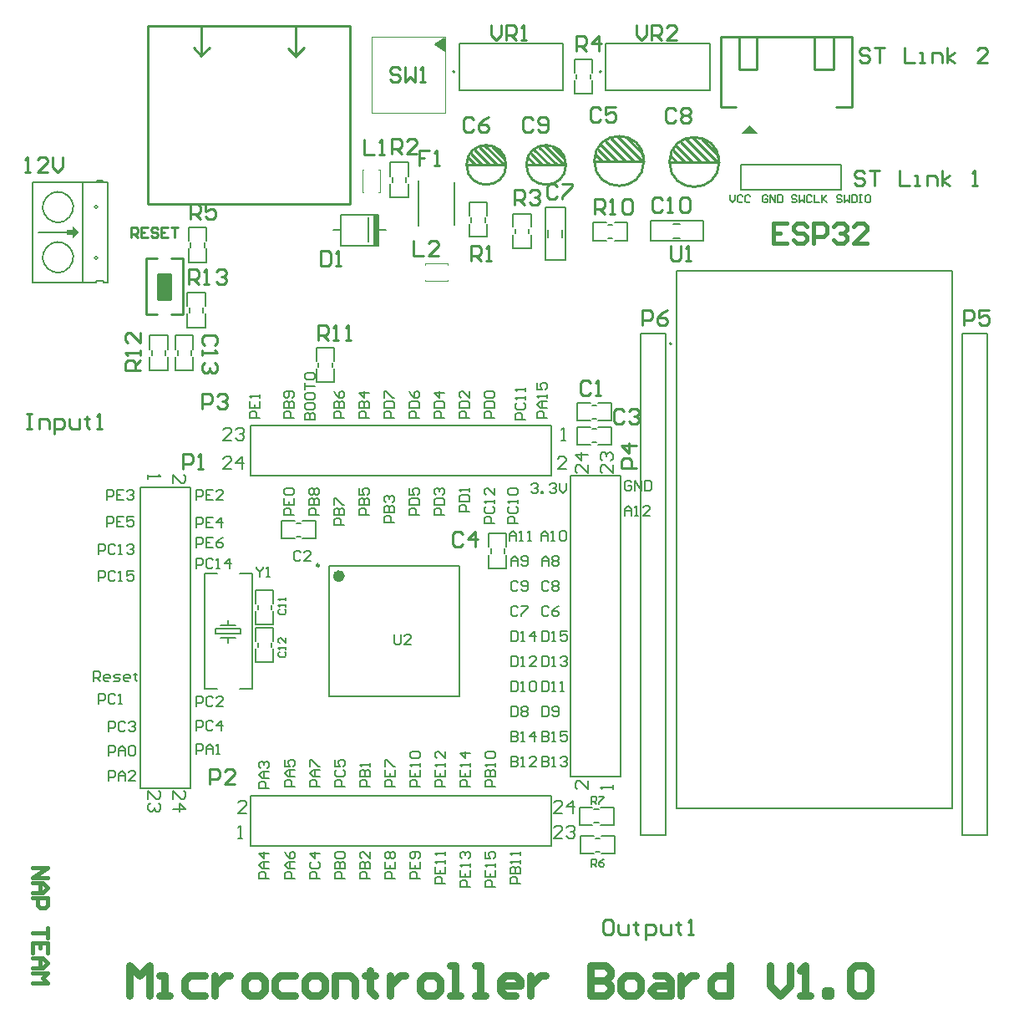
<source format=gto>
G04*
G04 #@! TF.GenerationSoftware,Altium Limited,Altium Designer,21.3.2 (30)*
G04*
G04 Layer_Color=65535*
%FSTAX44Y44*%
%MOMM*%
G71*
G04*
G04 #@! TF.SameCoordinates,F8E9BDDD-FC12-4FEB-8D7F-7DE70A56B409*
G04*
G04*
G04 #@! TF.FilePolarity,Positive*
G04*
G01*
G75*
%ADD10C,0.2540*%
%ADD11C,0.2000*%
%ADD12C,0.1778*%
%ADD13C,0.2500*%
%ADD14C,0.6000*%
%ADD15C,0.0762*%
%ADD16C,0.1270*%
%ADD17C,0.1016*%
%ADD18C,0.2032*%
%ADD19C,0.3810*%
%ADD20C,0.7620*%
%ADD21R,0.5080X3.2000*%
%ADD22R,1.2700X2.5400*%
G36*
X00083981Y0080645D02*
X00077631Y008128D01*
Y0080899D01*
X00071281D01*
Y0080391D01*
X00077631D01*
Y008001D01*
X00083981Y0080645D01*
D02*
G37*
G36*
X00455132Y00989834D02*
X00454624Y00990342D01*
Y0100228D01*
X0045056Y01000502D01*
X00444972Y00996692D01*
X00455132Y00989834D01*
D02*
G37*
G36*
X00754437Y00905891D02*
X00772471D01*
X00763581Y00914781D01*
Y00915035D01*
X00754437Y00905891D01*
D02*
G37*
D10*
X00577227Y0087466D02*
G03*
X00577227Y0087466I-0002J0D01*
G01*
X0051657Y0087466D02*
G03*
X0051657Y0087466I-0002J0D01*
G01*
X00656336Y0087862D02*
G03*
X00656336Y0087862I-00025146J0D01*
G01*
X00732536Y0087757D02*
G03*
X00732536Y0087757I-00025146J0D01*
G01*
X0053716Y0087466D02*
X00576785D01*
X0054605D02*
X00547828D01*
X00538938Y00881772D02*
X0054605Y0087466D01*
X00553162D02*
X00554432D01*
X00541732Y0088609D02*
X00553162Y0087466D01*
X00560528D02*
X00561036D01*
X00545034Y00890154D02*
X00560528Y0087466D01*
X00568148D02*
X00569926D01*
X0054986Y00892948D02*
X00568148Y0087466D01*
X00575261D02*
Y00874914D01*
X00555448Y00894726D02*
X00575261Y00874914D01*
X00576022Y00880248D02*
Y00880502D01*
X00563322Y00893202D02*
X00576022Y00880502D01*
X00476504Y0087466D02*
X00516128D01*
X00485394D02*
X00487172D01*
X00478282Y00881772D02*
X00485394Y0087466D01*
X00492506D02*
X00493776D01*
X00481076Y0088609D02*
X00492506Y0087466D01*
X00499872D02*
X0050038D01*
X00484378Y00890154D02*
X00499872Y0087466D01*
X00507492D02*
X0050927D01*
X00489204Y00892948D02*
X00507492Y0087466D01*
X00514604D02*
Y00874914D01*
X00494792Y00894726D02*
X00514604Y00874914D01*
X00515366Y00880248D02*
Y00880502D01*
X00502666Y00893202D02*
X00515366Y00880502D01*
X00606044Y0087862D02*
X00656082D01*
X00613918D02*
X00617982D01*
X00613664D02*
X00617982D01*
X00607568Y00884716D02*
X00613664Y0087862D01*
X00621284D02*
X00621538D01*
X006096Y00890304D02*
X00621284Y0087862D01*
X00612648Y0089513D02*
X00629158Y0087862D01*
X0063754D02*
X00638556D01*
X00617474Y00898686D02*
X0063754Y0087862D01*
X0064643D02*
X00646684D01*
X00622808Y00902242D02*
X0064643Y0087862D01*
X00629666Y00903766D02*
X00654812Y0087862D01*
X00655574Y00883192D02*
Y00885224D01*
X00638302Y00902496D02*
X00655574Y00885224D01*
X00682244Y0087757D02*
X00732282D01*
X00690118D02*
X00694182D01*
X00689864D02*
X00694182D01*
X00683768Y00883666D02*
X00689864Y0087757D01*
X00697484D02*
X00697738D01*
X006858Y00889254D02*
X00697484Y0087757D01*
X00688848Y0089408D02*
X00705358Y0087757D01*
X0071374D02*
X00714756D01*
X00693674Y00897636D02*
X0071374Y0087757D01*
X0072263D02*
X00722884D01*
X00699008Y00901192D02*
X0072263Y0087757D01*
X00705866Y00902716D02*
X00731012Y0087757D01*
X00731774Y00882142D02*
Y00884174D01*
X00714502Y00901446D02*
X00731774Y00884174D01*
X00734244Y00933704D02*
X00749484D01*
X00851084D02*
X0086734D01*
X00848544Y00971804D02*
Y01004824D01*
X00829494Y00971804D02*
X00848544D01*
X00829494D02*
Y01004824D01*
X00771074Y00971804D02*
Y01004824D01*
X00753294Y00971804D02*
X00771074D01*
X00753294D02*
Y01003554D01*
X0086734Y00933704D02*
Y01004824D01*
X00734244Y00933704D02*
Y01004824D01*
X0086734D01*
X0015353Y01015347D02*
X00358528D01*
X00153428Y00835348D02*
Y01015347D01*
Y00835348D02*
X00358426D01*
X00358629D02*
Y01015347D01*
X0030353Y0098425D02*
Y01014219D01*
Y0098425D02*
Y00986031D01*
Y0098425D02*
Y00984761D01*
Y0098425D02*
Y00984761D01*
X00295399Y00992893D02*
X0030353Y00984761D01*
Y00985141D02*
X00311661Y00993272D01*
X00207769Y00984761D02*
Y0101473D01*
Y00984761D02*
Y00986543D01*
Y00984761D02*
Y00985273D01*
Y00984761D02*
Y00985273D01*
X00199637Y00993404D02*
X00207769Y00985273D01*
Y00985652D02*
X002159Y00993783D01*
X00177292Y00779814D02*
X00188722D01*
X00151638D02*
X00163068D01*
X0016383Y0073892D02*
X0017653D01*
Y0076432D01*
X0016383D02*
X0017653D01*
X0016383Y0073892D02*
Y0076432D01*
X00151638Y00723426D02*
Y00779814D01*
X00188722Y00723426D02*
Y00779814D01*
X00177292Y00723426D02*
X00188722D01*
X00151638D02*
X00163068D01*
X00029371Y00867156D02*
X0003445D01*
X0003191D01*
Y00882391D01*
X00029371Y00879852D01*
X00052224Y00867156D02*
X00042067D01*
X00052224Y00877313D01*
Y00879852D01*
X00049685Y00882391D01*
X00044606D01*
X00042067Y00879852D01*
X00057302Y00882391D02*
Y00872234D01*
X0006238Y00867156D01*
X00067459Y00872234D01*
Y00882391D01*
X00648968Y00567694D02*
X00633732D01*
Y00575312D01*
X00636272Y00577851D01*
X0064135D01*
X00643889Y00575312D01*
Y00567694D01*
X00648968Y00590547D02*
X00633732D01*
X0064135Y00582929D01*
Y00593086D01*
X00880127Y00866138D02*
X00877588Y00868678D01*
X00872509D01*
X0086997Y00866138D01*
Y00863599D01*
X00872509Y0086106D01*
X00877588D01*
X00880127Y00858521D01*
Y00855982D01*
X00877588Y00853443D01*
X00872509D01*
X0086997Y00855982D01*
X00885205Y00868678D02*
X00895362D01*
X00890284D01*
Y00853443D01*
X00915675Y00868678D02*
Y00853443D01*
X00925832D01*
X0093091D02*
X00935989D01*
X0093345D01*
Y00863599D01*
X0093091D01*
X00943606Y00853443D02*
Y00863599D01*
X00951224D01*
X00953763Y0086106D01*
Y00853443D01*
X00958841D02*
Y00868678D01*
Y00858521D02*
X00966459Y00863599D01*
X00958841Y00858521D02*
X00966459Y00853443D01*
X00989312D02*
X0099439D01*
X00991851D01*
Y00868678D01*
X00989312Y00866138D01*
X00326395Y00697452D02*
Y00712687D01*
X00334013D01*
X00336552Y00710148D01*
Y0070507D01*
X00334013Y00702531D01*
X00326395D01*
X00331474D02*
X00336552Y00697452D01*
X0034163D02*
X00346709D01*
X0034417D01*
Y00712687D01*
X0034163Y00710148D01*
X00354326Y00697452D02*
X00359405D01*
X00356866D01*
Y00712687D01*
X00354326Y00710148D01*
X00622312Y00110487D02*
X00617234D01*
X00614695Y00107948D01*
Y00097791D01*
X00617234Y00095252D01*
X00622312D01*
X00624851Y00097791D01*
Y00107948D01*
X00622312Y00110487D01*
X0062993Y00105408D02*
Y00097791D01*
X00632469Y00095252D01*
X00640087D01*
Y00105408D01*
X00647704Y00107948D02*
Y00105408D01*
X00645165D01*
X00650243D01*
X00647704D01*
Y00097791D01*
X00650243Y00095252D01*
X00657861Y00090173D02*
Y00105408D01*
X00665478D01*
X00668018Y00102869D01*
Y00097791D01*
X00665478Y00095252D01*
X00657861D01*
X00673096Y00105408D02*
Y00097791D01*
X00675635Y00095252D01*
X00683253D01*
Y00105408D01*
X0069087Y00107948D02*
Y00105408D01*
X00688331D01*
X00693409D01*
X0069087D01*
Y00097791D01*
X00693409Y00095252D01*
X00701027D02*
X00706105D01*
X00703566D01*
Y00110487D01*
X00701027Y00107948D01*
X00885208Y00990598D02*
X00882669Y00993138D01*
X0087759D01*
X00875051Y00990598D01*
Y00988059D01*
X0087759Y0098552D01*
X00882669D01*
X00885208Y00982981D01*
Y00980442D01*
X00882669Y00977903D01*
X0087759D01*
X00875051Y00980442D01*
X00890286Y00993138D02*
X00900443D01*
X00895364D01*
Y00977903D01*
X00920756Y00993138D02*
Y00977903D01*
X00930913D01*
X00935991D02*
X0094107D01*
X0093853D01*
Y00988059D01*
X00935991D01*
X00948687Y00977903D02*
Y00988059D01*
X00956305D01*
X00958844Y0098552D01*
Y00977903D01*
X00963922D02*
Y00993138D01*
Y00982981D02*
X0097154Y00988059D01*
X00963922Y00982981D02*
X0097154Y00977903D01*
X01004549D02*
X00994392D01*
X01004549Y00988059D01*
Y00990598D01*
X0100201Y00993138D01*
X00996932D01*
X00994392Y00990598D01*
X00472441Y00500378D02*
X00469902Y00502918D01*
X00464823D01*
X00462284Y00500378D01*
Y00490222D01*
X00464823Y00487682D01*
X00469902D01*
X00472441Y00490222D01*
X00485137Y00487682D02*
Y00502918D01*
X00477519Y004953D01*
X00487676D01*
X00636271Y00624838D02*
X00633732Y00627378D01*
X00628653D01*
X00626114Y00624838D01*
Y00614682D01*
X00628653Y00612142D01*
X00633732D01*
X00636271Y00614682D01*
X00641349Y00624838D02*
X00643888Y00627378D01*
X00648967D01*
X00651506Y00624838D01*
Y00622299D01*
X00648967Y0061976D01*
X00646428D01*
X00648967D01*
X00651506Y00617221D01*
Y00614682D01*
X00648967Y00612142D01*
X00643888D01*
X00641349Y00614682D01*
X0060198Y00654048D02*
X00599441Y00656588D01*
X00594362D01*
X00591823Y00654048D01*
Y00643892D01*
X00594362Y00641352D01*
X00599441D01*
X0060198Y00643892D01*
X00607058Y00641352D02*
X00612137D01*
X00609598D01*
Y00656588D01*
X00607058Y00654048D01*
X00980694Y00712216D02*
Y00727451D01*
X00988311D01*
X00990851Y00724912D01*
Y00719834D01*
X00988311Y00717294D01*
X00980694D01*
X01006086Y00727451D02*
X00995929D01*
Y00719834D01*
X01001007Y00722373D01*
X01003547D01*
X01006086Y00719834D01*
Y00714755D01*
X01003547Y00712216D01*
X00998468D01*
X00995929Y00714755D01*
X00654304Y00712216D02*
Y00727451D01*
X00661921D01*
X00664461Y00724912D01*
Y00719834D01*
X00661921Y00717294D01*
X00654304D01*
X00679696Y00727451D02*
X00674617Y00724912D01*
X00669539Y00719834D01*
Y00714755D01*
X00672078Y00712216D01*
X00677157D01*
X00679696Y00714755D01*
Y00717294D01*
X00677157Y00719834D01*
X00669539D01*
X00189233Y00566423D02*
Y00581657D01*
X00196851D01*
X0019939Y00579118D01*
Y0057404D01*
X00196851Y00571501D01*
X00189233D01*
X00204468Y00566423D02*
X00209547D01*
X00207008D01*
Y00581657D01*
X00204468Y00579118D01*
X00208284Y00627383D02*
Y00642617D01*
X00215902D01*
X00218441Y00640078D01*
Y00635D01*
X00215902Y00632461D01*
X00208284D01*
X00223519Y00640078D02*
X00226058Y00642617D01*
X00231137D01*
X00233676Y00640078D01*
Y00637539D01*
X00231137Y00635D01*
X00228598D01*
X00231137D01*
X00233676Y00632461D01*
Y00629922D01*
X00231137Y00627383D01*
X00226058D01*
X00223519Y00629922D01*
X00030492Y00622297D02*
X00035571D01*
X00033031D01*
Y00607062D01*
X00030492D01*
X00035571D01*
X00043188D02*
Y00617218D01*
X00050806D01*
X00053345Y00614679D01*
Y00607062D01*
X00058423Y00601983D02*
Y00617218D01*
X00066041D01*
X0006858Y00614679D01*
Y00609601D01*
X00066041Y00607062D01*
X00058423D01*
X00073658Y00617218D02*
Y00609601D01*
X00076198Y00607062D01*
X00083815D01*
Y00617218D01*
X00091433Y00619757D02*
Y00617218D01*
X00088893D01*
X00093972D01*
X00091433D01*
Y00609601D01*
X00093972Y00607062D01*
X00101589D02*
X00106668D01*
X00104129D01*
Y00622297D01*
X00101589Y00619757D01*
X00648977Y01015997D02*
Y01005841D01*
X00654055Y01000762D01*
X00659133Y01005841D01*
Y01015997D01*
X00664212Y01000762D02*
Y01015997D01*
X00671829D01*
X00674368Y01013458D01*
Y0100838D01*
X00671829Y01005841D01*
X00664212D01*
X0066929D02*
X00674368Y01000762D01*
X00689603D02*
X00679447D01*
X00689603Y01010919D01*
Y01013458D01*
X00687064Y01015997D01*
X00681986D01*
X00679447Y01013458D01*
X00501656Y01015997D02*
Y01005841D01*
X00506734Y01000762D01*
X00511813Y01005841D01*
Y01015997D01*
X00516891Y01000762D02*
Y01015997D01*
X00524508D01*
X00527048Y01013458D01*
Y0100838D01*
X00524508Y01005841D01*
X00516891D01*
X00521969D02*
X00527048Y01000762D01*
X00532126D02*
X00537204D01*
X00534665D01*
Y01015997D01*
X00532126Y01013458D01*
X00683768Y00792983D02*
Y00780287D01*
X00686307Y00777748D01*
X00691385D01*
X00693925Y00780287D01*
Y00792983D01*
X00699003Y00777748D02*
X00704081D01*
X00701542D01*
Y00792983D01*
X00699003Y00790444D01*
X00408942Y00971548D02*
X00406403Y00974088D01*
X00401325D01*
X00398786Y00971548D01*
Y00969009D01*
X00401325Y0096647D01*
X00406403D01*
X00408942Y00963931D01*
Y00961392D01*
X00406403Y00958852D01*
X00401325D01*
X00398786Y00961392D01*
X00414021Y00974088D02*
Y00958852D01*
X00419099Y00963931D01*
X00424178Y00958852D01*
Y00974088D01*
X00429256Y00958852D02*
X00434334D01*
X00431795D01*
Y00974088D01*
X00429256Y00971548D01*
X00606298Y00824738D02*
Y00839973D01*
X00613915D01*
X00616455Y00837434D01*
Y00832355D01*
X00613915Y00829816D01*
X00606298D01*
X00611376D02*
X00616455Y00824738D01*
X00621533D02*
X00626611D01*
X00624072D01*
Y00839973D01*
X00621533Y00837434D01*
X00634229D02*
X00636768Y00839973D01*
X00641846D01*
X00644386Y00837434D01*
Y00827277D01*
X00641846Y00824738D01*
X00636768D01*
X00634229Y00827277D01*
Y00837434D01*
X00400812Y00885698D02*
Y00900933D01*
X00408429D01*
X00410969Y00898394D01*
Y00893316D01*
X00408429Y00890776D01*
X00400812D01*
X0040589D02*
X00410969Y00885698D01*
X00426204D02*
X00416047D01*
X00426204Y00895855D01*
Y00898394D01*
X00423665Y00900933D01*
X00418586D01*
X00416047Y00898394D01*
X00196342Y00819658D02*
Y00834893D01*
X0020396D01*
X00206499Y00832354D01*
Y00827275D01*
X0020396Y00824736D01*
X00196342D01*
X0020142D02*
X00206499Y00819658D01*
X00221734Y00834893D02*
X00211577D01*
Y00827275D01*
X00216655Y00829815D01*
X00219195D01*
X00221734Y00827275D01*
Y00822197D01*
X00219195Y00819658D01*
X00214116D01*
X00211577Y00822197D01*
X00146047Y00666536D02*
X00130813D01*
Y00674154D01*
X00133352Y00676693D01*
X0013843D01*
X00140969Y00674154D01*
Y00666536D01*
Y00671615D02*
X00146047Y00676693D01*
Y00681771D02*
Y0068685D01*
Y00684311D01*
X00130813D01*
X00133352Y00681771D01*
X00146047Y00704624D02*
Y00694467D01*
X00135891Y00704624D01*
X00133352D01*
X00130813Y00702085D01*
Y00697007D01*
X00133352Y00694467D01*
X00587502Y00990092D02*
Y01005327D01*
X0059512D01*
X00597659Y01002788D01*
Y0099771D01*
X0059512Y0099517D01*
X00587502D01*
X0059258D02*
X00597659Y00990092D01*
X00610355D02*
Y01005327D01*
X00602737Y0099771D01*
X00612894D01*
X00195072Y00753618D02*
Y00768853D01*
X00202689D01*
X00205229Y00766314D01*
Y00761236D01*
X00202689Y00758696D01*
X00195072D01*
X0020015D02*
X00205229Y00753618D01*
X00210307D02*
X00215385D01*
X00212846D01*
Y00768853D01*
X00210307Y00766314D01*
X00223003D02*
X00225542Y00768853D01*
X0023062D01*
X0023316Y00766314D01*
Y00763775D01*
X0023062Y00761236D01*
X00228081D01*
X0023062D01*
X0023316Y00758696D01*
Y00756157D01*
X0023062Y00753618D01*
X00225542D01*
X00223003Y00756157D01*
X00525272Y00833882D02*
Y00849117D01*
X0053289D01*
X00535429Y00846578D01*
Y00841499D01*
X0053289Y0083896D01*
X00525272D01*
X0053035D02*
X00535429Y00833882D01*
X00540507Y00846578D02*
X00543046Y00849117D01*
X00548125D01*
X00550664Y00846578D01*
Y00844039D01*
X00548125Y00841499D01*
X00545585D01*
X00548125D01*
X00550664Y0083896D01*
Y00836421D01*
X00548125Y00833882D01*
X00543046D01*
X00540507Y00836421D01*
X00481333Y00777243D02*
Y00792477D01*
X00488951D01*
X0049149Y00789938D01*
Y0078486D01*
X00488951Y00782321D01*
X00481333D01*
X00486412D02*
X0049149Y00777243D01*
X00496568D02*
X00501647D01*
X00499108D01*
Y00792477D01*
X00496568Y00789938D01*
X00422914Y00797558D02*
Y00782322D01*
X00433071D01*
X00448306D02*
X00438149D01*
X00448306Y00792479D01*
Y00795018D01*
X00445767Y00797558D01*
X00440688D01*
X00438149Y00795018D01*
X00372872Y00900171D02*
Y00884936D01*
X00383029D01*
X00388107D02*
X00393185D01*
X00390646D01*
Y00900171D01*
X00388107Y00897632D01*
X00438655Y00889249D02*
X00428498D01*
Y00881631D01*
X00433576D01*
X00428498D01*
Y00874014D01*
X00443733D02*
X00448811D01*
X00446272D01*
Y00889249D01*
X00443733Y0088671D01*
X00328933Y00787398D02*
Y00772162D01*
X00336551D01*
X0033909Y00774702D01*
Y00784858D01*
X00336551Y00787398D01*
X00328933D01*
X00344168Y00772162D02*
X00349247D01*
X00346708D01*
Y00787398D01*
X00344168Y00784858D01*
X00674621Y00839212D02*
X00672082Y00841751D01*
X00667003D01*
X00664464Y00839212D01*
Y00829055D01*
X00667003Y00826516D01*
X00672082D01*
X00674621Y00829055D01*
X00679699Y00826516D02*
X00684777D01*
X00682238D01*
Y00841751D01*
X00679699Y00839212D01*
X00692395D02*
X00694934Y00841751D01*
X00700013D01*
X00702552Y00839212D01*
Y00829055D01*
X00700013Y00826516D01*
X00694934D01*
X00692395Y00829055D01*
Y00839212D01*
X00567941Y00853182D02*
X00565401Y00855721D01*
X00560323D01*
X00557784Y00853182D01*
Y00843025D01*
X00560323Y00840486D01*
X00565401D01*
X00567941Y00843025D01*
X00573019Y00855721D02*
X00583176D01*
Y00853182D01*
X00573019Y00843025D01*
Y00840486D01*
X00688337Y00930144D02*
X00685798Y00932683D01*
X00680719D01*
X0067818Y00930144D01*
Y00919987D01*
X00680719Y00917448D01*
X00685798D01*
X00688337Y00919987D01*
X00693415Y00930144D02*
X00695954Y00932683D01*
X00701033D01*
X00703572Y00930144D01*
Y00927605D01*
X00701033Y00925066D01*
X00703572Y00922526D01*
Y00919987D01*
X00701033Y00917448D01*
X00695954D01*
X00693415Y00919987D01*
Y00922526D01*
X00695954Y00925066D01*
X00693415Y00927605D01*
Y00930144D01*
X00695954Y00925066D02*
X00701033D01*
X00544065Y00920746D02*
X00541525Y00923285D01*
X00536447D01*
X00533908Y00920746D01*
Y00910589D01*
X00536447Y0090805D01*
X00541525D01*
X00544065Y00910589D01*
X00549143D02*
X00551682Y0090805D01*
X00556761D01*
X005593Y00910589D01*
Y00920746D01*
X00556761Y00923285D01*
X00551682D01*
X00549143Y00920746D01*
Y00918207D01*
X00551682Y00915667D01*
X005593D01*
X00483613Y00920746D02*
X00481073Y00923285D01*
X00475995D01*
X00473456Y00920746D01*
Y00910589D01*
X00475995Y0090805D01*
X00481073D01*
X00483613Y00910589D01*
X00498848Y00923285D02*
X00493769Y00920746D01*
X00488691Y00915667D01*
Y00910589D01*
X0049123Y0090805D01*
X00496309D01*
X00498848Y00910589D01*
Y00913128D01*
X00496309Y00915667D01*
X00488691D01*
X00220978Y00691927D02*
X00223517Y00694466D01*
Y00699545D01*
X00220978Y00702084D01*
X00210822D01*
X00208283Y00699545D01*
Y00694466D01*
X00210822Y00691927D01*
X00208283Y00686849D02*
Y0068177D01*
Y0068431D01*
X00223517D01*
X00220978Y00686849D01*
Y00674153D02*
X00223517Y00671614D01*
Y00666535D01*
X00220978Y00663996D01*
X00218439D01*
X002159Y00666535D01*
Y00669075D01*
Y00666535D01*
X00213361Y00663996D01*
X00210822D01*
X00208283Y00666535D01*
Y00671614D01*
X00210822Y00674153D01*
X00612137Y0093116D02*
X00609598Y00933699D01*
X00604519D01*
X0060198Y0093116D01*
Y00921003D01*
X00604519Y00918464D01*
X00609598D01*
X00612137Y00921003D01*
X00627372Y00933699D02*
X00617215D01*
Y00926081D01*
X00622293Y00928621D01*
X00624833D01*
X00627372Y00926081D01*
Y00921003D01*
X00624833Y00918464D01*
X00619754D01*
X00617215Y00921003D01*
X00136321Y00801372D02*
Y00811528D01*
X00141399D01*
X00143092Y00809836D01*
Y0080645D01*
X00141399Y00804757D01*
X00136321D01*
X00139707D02*
X00143092Y00801372D01*
X00153249Y00811528D02*
X00146478D01*
Y00801372D01*
X00153249D01*
X00146478Y0080645D02*
X00149863D01*
X00163406Y00809836D02*
X00161713Y00811528D01*
X00158327D01*
X00156634Y00809836D01*
Y00808143D01*
X00158327Y0080645D01*
X00161713D01*
X00163406Y00804757D01*
Y00803064D01*
X00161713Y00801372D01*
X00158327D01*
X00156634Y00803064D01*
X00173562Y00811528D02*
X00166791D01*
Y00801372D01*
X00173562D01*
X00166791Y0080645D02*
X00170177D01*
X00176948Y00811528D02*
X00183719D01*
X00180333D01*
Y00801372D01*
X00215904Y00247652D02*
Y00262887D01*
X00223522D01*
X00226061Y00260348D01*
Y0025527D01*
X00223522Y00252731D01*
X00215904D01*
X00241296Y00247652D02*
X00231139D01*
X00241296Y00257809D01*
Y00260348D01*
X00238757Y00262887D01*
X00233678D01*
X00231139Y00260348D01*
D11*
X0046457Y0096901D02*
G03*
X0046457Y0096901I-00001J0D01*
G01*
X0061316D02*
G03*
X0061316Y0096901I-00001J0D01*
G01*
X0068431Y0069342D02*
G03*
X0068431Y0069342I-00001J0D01*
G01*
X0065278Y0070358D02*
X0067818D01*
Y0019558D02*
Y0070358D01*
X0065278Y0019558D02*
X0067818D01*
X0065278D02*
Y0021463D01*
Y0070358D01*
X0063246Y0025505D02*
Y0055985D01*
X0058166Y0025505D02*
Y0055985D01*
Y0025505D02*
X0063246D01*
X0058166Y0055985D02*
X0063246D01*
X0025781Y0061065D02*
X0056261D01*
X0025781Y0055985D02*
X0056261D01*
Y0061065D01*
X0025781Y0055985D02*
Y0061065D01*
X0097917Y0070358D02*
X0100457D01*
Y0019558D02*
Y0070358D01*
X0097917Y0019558D02*
X0100457D01*
X0097917D02*
Y0021463D01*
Y0070358D01*
X00855963Y00849648D02*
Y00875048D01*
X00754362Y00849648D02*
X00855963D01*
X00754362Y00875048D02*
X00855963D01*
X00754362Y00849648D02*
Y00875048D01*
X0014605Y0024362D02*
Y0054842D01*
X0019685Y0024362D02*
Y0054842D01*
X0014605D02*
X0019685D01*
X0014605Y0024362D02*
X0019685D01*
X0056261Y001852D02*
Y00236D01*
X0025781Y001852D02*
Y00236D01*
X0056261D01*
X0025781Y001852D02*
X0056261D01*
X00323596Y0049635D02*
Y0051413D01*
X00288544Y0049635D02*
Y0051413D01*
X00310152Y0049635D02*
X00323596D01*
X00288544D02*
X00302402D01*
X00288544Y0051413D02*
X00302402D01*
X00310152D02*
X00323596D01*
X0026289Y00370874D02*
X0028067D01*
X0026289Y00405926D02*
X0028067D01*
X0026289Y00370874D02*
Y00384318D01*
Y00392068D02*
Y00405926D01*
X0028067Y00392068D02*
Y00405926D01*
Y00370874D02*
Y00384318D01*
X0026289Y00444026D02*
X0028067D01*
X0026289Y00408974D02*
X0028067D01*
Y00430582D02*
Y00444026D01*
Y00408974D02*
Y00422832D01*
X0026289Y00408974D02*
Y00422832D01*
Y00430582D02*
Y00444026D01*
X0033715Y0033615D02*
Y0046815D01*
X0046915Y0033615D02*
Y0046815D01*
X0033715D02*
X0046915D01*
X0033715Y0033615D02*
X0046915D01*
X0049911Y00466344D02*
X0051689D01*
X0049911Y00501396D02*
X0051689D01*
X0049911Y00466344D02*
Y00479788D01*
Y00487538D02*
Y00501396D01*
X0051689Y00487538D02*
Y00501396D01*
Y00466344D02*
Y00479788D01*
X00193548Y0070999D02*
X00211582D01*
Y00723822D01*
X00193548Y0070999D02*
Y00723822D01*
Y00731572D02*
Y0074499D01*
X00211582D01*
Y00731572D02*
Y0074499D01*
X00212852Y00797612D02*
Y0081103D01*
X00194818D02*
X00212852D01*
X00194818Y00797612D02*
Y0081103D01*
Y0077603D02*
Y00789862D01*
X00212852Y0077603D02*
Y00789862D01*
X00194818Y0077603D02*
X00212852D01*
X00399288Y0087707D02*
X00417322D01*
X00399288Y00863238D02*
Y0087707D01*
X00417322Y00863238D02*
Y0087707D01*
Y0084207D02*
Y00855488D01*
X00399288Y0084207D02*
X00417322D01*
X00399288D02*
Y00855488D01*
X0055626Y0077851D02*
X00561594D01*
X0055626D02*
Y0083185D01*
X00573786Y00801624D02*
Y00808736D01*
X00559308Y00801624D02*
Y00808736D01*
X0055626Y0083185D02*
X0057658D01*
Y0077851D02*
Y0083185D01*
X00561594Y0077851D02*
X0057658D01*
X00523748Y0079022D02*
X00541782D01*
Y00804052D01*
X00523748Y0079022D02*
Y00804052D01*
Y00811802D02*
Y0082522D01*
X00541782D01*
Y00811802D02*
Y0082522D01*
X00479298Y0080165D02*
Y00815068D01*
Y0080165D02*
X00497332D01*
Y00815068D01*
Y00822818D02*
Y0083665D01*
X00479298Y00822818D02*
Y0083665D01*
X00497332D01*
X00609872Y0063351D02*
X00623316D01*
X00588264D02*
X00602122D01*
X00588264Y0061573D02*
X00602122D01*
X00609872D02*
X00623316D01*
X00588264D02*
Y0063351D01*
X00623316Y0061573D02*
Y0063351D01*
X006048Y00798068D02*
Y00816102D01*
Y00798068D02*
X00618632D01*
X006048Y00816102D02*
X00618632D01*
X00626382D02*
X006398D01*
Y00798068D02*
Y00816102D01*
X00626382Y00798068D02*
X006398D01*
X0071628Y0079756D02*
Y00802894D01*
X0066294Y0079756D02*
X0071628D01*
X00686054Y00815086D02*
X00693166D01*
X00686054Y00800608D02*
X00693166D01*
X0066294Y0079756D02*
Y0081788D01*
X0071628D01*
Y00802894D02*
Y0081788D01*
X00585978Y0094643D02*
X00604012D01*
Y00960262D01*
X00585978Y0094643D02*
Y00960262D01*
Y00968012D02*
Y0098143D01*
X00604012D01*
Y00968012D02*
Y0098143D01*
X00155448Y0066681D02*
Y00680228D01*
Y0066681D02*
X00173482D01*
Y00680228D01*
Y00687978D02*
Y0070181D01*
X00155448Y00687978D02*
Y0070181D01*
X00173482D01*
X0018161Y00666784D02*
X0019939D01*
X0018161Y00701836D02*
X0019939D01*
X0018161Y00666784D02*
Y00680228D01*
Y00687978D02*
Y00701836D01*
X0019939Y00687978D02*
Y00701836D01*
Y00666784D02*
Y00680228D01*
X00342392Y00675912D02*
Y0068933D01*
X00324358D02*
X00342392D01*
X00324358Y00675912D02*
Y0068933D01*
Y0065433D02*
Y00668162D01*
X00342392Y0065433D02*
Y00668162D01*
X00324358Y0065433D02*
X00342392D01*
X0059083Y00224062D02*
X00604248D01*
X0059083Y00206028D02*
Y00224062D01*
Y00206028D02*
X00604248D01*
X00611998D02*
X0062583D01*
X00611998Y00224062D02*
X0062583D01*
Y00206028D02*
Y00224062D01*
X005921Y00194852D02*
X00605518D01*
X005921Y00176818D02*
Y00194852D01*
Y00176818D02*
X00605518D01*
X00613268D02*
X006271D01*
X00613268Y00194852D02*
X006271D01*
Y00176818D02*
Y00194852D01*
X00623316Y005916D02*
Y0060938D01*
X00588264Y005916D02*
Y0060938D01*
X00609872Y005916D02*
X00623316D01*
X00588264D02*
X00602122D01*
X00588264Y0060938D02*
X00602122D01*
X00609872D02*
X00623316D01*
D12*
X00074152Y00771209D02*
G03*
X00073853Y00770862I-00011761J00009841D01*
G01*
X00102626Y0083185D02*
G03*
X00102626Y0083185I-00001626J0D01*
G01*
X00102879Y00780542D02*
G03*
X00102879Y00780542I-00001626J0D01*
G01*
X00074133Y00821987D02*
G03*
X00073853Y00821662I-00011742J00009863D01*
G01*
X0038735Y0079248D02*
Y0080899D01*
X0034925Y0079248D02*
X0038735D01*
X0034925D02*
Y0082448D01*
X0038735D01*
Y0080899D02*
Y0082448D01*
X0034163Y0080899D02*
X0034925D01*
X0038735D02*
X0039497D01*
X00376936Y00797052D02*
Y0082169D01*
X0038735Y00803656D02*
Y0080899D01*
Y00813054D01*
X00036991Y0075565D02*
Y0085725D01*
X00042325Y0080645D02*
X00080679D01*
X00101761Y00858774D02*
X00108111D01*
X00075091Y0085725D02*
X00113191D01*
Y0075565D02*
Y0085725D01*
X00108619Y0075565D02*
X00113191D01*
X00108619D02*
Y0075692D01*
X00100745D02*
X00108619D01*
X00100745Y0075565D02*
Y0075692D01*
X00036991Y0075565D02*
X00100745D01*
X00036991Y0085725D02*
X00075091D01*
X00087791Y00755904D02*
Y00856742D01*
X00303826Y00498348D02*
X00308398D01*
X00303826Y00512064D02*
X00308398D01*
X00264888Y00386072D02*
Y00390644D01*
X00278604Y00386072D02*
Y00390644D01*
X00278672Y00424256D02*
Y00428828D01*
X00264956Y00424256D02*
Y00428828D01*
X00501108Y00481542D02*
Y00486114D01*
X00514824Y00481542D02*
Y00486114D01*
X0019568Y00725246D02*
Y00729818D01*
X00209396Y00725246D02*
Y00729818D01*
X00210666Y00791286D02*
Y00795858D01*
X0019695Y00791286D02*
Y00795858D01*
X0041519Y00857242D02*
Y00861814D01*
X00401474Y00857242D02*
Y00861814D01*
X0052588Y00805476D02*
Y00810048D01*
X00539596Y00805476D02*
Y00810048D01*
X00481484Y00816822D02*
Y00821394D01*
X004952Y00816822D02*
Y00821394D01*
X00603546Y00631444D02*
X00608118D01*
X00603546Y00617728D02*
X00608118D01*
X00620056Y0081397D02*
X00624628D01*
X00620056Y00800254D02*
X00624628D01*
X0058811Y00961686D02*
Y00966258D01*
X00601826Y00961686D02*
Y00966258D01*
X00157634Y00681982D02*
Y00686554D01*
X0017135Y00681982D02*
Y00686554D01*
X00183608Y00681982D02*
Y00686554D01*
X00197324Y00681982D02*
Y00686554D01*
X00340206Y00669586D02*
Y00674158D01*
X0032649Y00669586D02*
Y00674158D01*
X00606002Y00221876D02*
X00610574D01*
X00606002Y0020816D02*
X00610574D01*
X00607272Y00192666D02*
X00611844D01*
X00607272Y0017895D02*
X00611844D01*
X00603546Y00593598D02*
X00608118D01*
X00603546Y00607314D02*
X00608118D01*
D13*
X0032715Y0046915D02*
G03*
X0032715Y0046915I-0000125J0D01*
G01*
D14*
X0035015Y0045815D02*
G03*
X0035015Y0045815I-00003J0D01*
G01*
D15*
X0038071Y00927096D02*
X00454624D01*
X0038071D02*
Y01004312D01*
X00454624D01*
Y00927096D02*
Y01004312D01*
D16*
X00444718Y00996946D02*
X00454343Y0100258D01*
X00444718Y00996946D02*
X0045447Y00989876D01*
X0046927Y0095061D02*
Y0099761D01*
Y0095061D02*
X0057467D01*
Y0099761D01*
X0046927D02*
X0057467D01*
X0061786Y0095061D02*
Y0099761D01*
Y0095061D02*
X0072326D01*
Y0099761D01*
X0061786D02*
X0072326D01*
X0068981Y0022332D02*
X0096881D01*
Y0076732D01*
X0068981D02*
X0096881D01*
X0068981Y0022332D02*
Y0076732D01*
X0021082Y0046079D02*
X0022352D01*
X0021082Y0034395D02*
Y0046079D01*
X0023495Y0040872D02*
Y004138D01*
X0022733Y0040872D02*
X0024257D01*
X0022225Y0039983D02*
Y0040491D01*
X0024765D01*
Y0039983D02*
Y0040491D01*
X0022225Y0039983D02*
X0024765D01*
X0022733Y0039602D02*
X0024257D01*
X0023495Y0039094D02*
Y0039602D01*
X0024638Y0046079D02*
X0025908D01*
X0024638Y0034395D02*
X0025908D01*
X0021082D02*
X0022352D01*
X0025908D02*
Y0046079D01*
X0042752Y0081277D02*
Y0085837D01*
X0046402Y0081407D02*
Y0085707D01*
D17*
X0038735Y0084709D02*
X0038862D01*
Y0086995D01*
X0038735D02*
X0038862D01*
X0037084Y0084709D02*
X0037211D01*
X0037084D02*
Y0086995D01*
X0037211D01*
X004572Y0077343D02*
Y007747D01*
X0043434D02*
X004572D01*
X0043434Y0077343D02*
Y007747D01*
X004572Y0075692D02*
Y0075819D01*
X0043434Y0075692D02*
X004572D01*
X0043434D02*
Y0075819D01*
D18*
X0059944Y00570854D02*
Y0056239D01*
X00590976Y00570854D01*
X0058886D01*
X00586744Y00568738D01*
Y00564506D01*
X0058886Y0056239D01*
X0059944Y00581434D02*
X00586744D01*
X00593092Y00575086D01*
Y0058355D01*
X0062484Y00570854D02*
Y0056239D01*
X00616376Y00570854D01*
X0061426D01*
X00612144Y00568738D01*
Y00564506D01*
X0061426Y0056239D01*
Y00575086D02*
X00612144Y00577202D01*
Y00581434D01*
X0061426Y0058355D01*
X00616376D01*
X00618492Y00581434D01*
Y00579318D01*
Y00581434D01*
X00620608Y0058355D01*
X00622724D01*
X0062484Y00581434D01*
Y00577202D01*
X00622724Y00575086D01*
X0059944Y00250814D02*
Y0024235D01*
X00590976Y00250814D01*
X0058886D01*
X00586744Y00248698D01*
Y00244466D01*
X0058886Y0024235D01*
X0062484D02*
Y00246582D01*
Y00244466D01*
X00612144D01*
X0061426Y0024235D01*
X00238334Y0056642D02*
X0022987D01*
X00238334Y00574884D01*
Y00577D01*
X00236218Y00579116D01*
X00231986D01*
X0022987Y00577D01*
X00248914Y0056642D02*
Y00579116D01*
X00242566Y00572768D01*
X0025103D01*
X00238334Y0059563D02*
X0022987D01*
X00238334Y00604094D01*
Y0060621D01*
X00236218Y00608326D01*
X00231986D01*
X0022987Y0060621D01*
X00242566D02*
X00244682Y00608326D01*
X00248914D01*
X0025103Y0060621D01*
Y00604094D01*
X00248914Y00601978D01*
X00246798D01*
X00248914D01*
X0025103Y00599862D01*
Y00597746D01*
X00248914Y0059563D01*
X00244682D01*
X00242566Y00597746D01*
X00577424Y0056642D02*
X0056896D01*
X00577424Y00574884D01*
Y00577D01*
X00575308Y00579116D01*
X00571076D01*
X0056896Y00577D01*
X0057277Y0059563D02*
X00577002D01*
X00574886D01*
Y00608326D01*
X0057277Y0060621D01*
X0017907Y00232616D02*
Y0024108D01*
X00187534Y00232616D01*
X0018965D01*
X00191766Y00234732D01*
Y00238964D01*
X0018965Y0024108D01*
X0017907Y00222036D02*
X00191766D01*
X00185418Y00228384D01*
Y0021992D01*
X0015367Y00232616D02*
Y0024108D01*
X00162134Y00232616D01*
X0016425D01*
X00166366Y00234732D01*
Y00238964D01*
X0016425Y0024108D01*
Y00228384D02*
X00166366Y00226268D01*
Y00222036D01*
X0016425Y0021992D01*
X00162134D01*
X00160018Y00222036D01*
Y00224152D01*
Y00222036D01*
X00157902Y0021992D01*
X00155786D01*
X0015367Y00222036D01*
Y00226268D01*
X00155786Y00228384D01*
X0017907Y00552656D02*
Y0056112D01*
X00187534Y00552656D01*
X0018965D01*
X00191766Y00554772D01*
Y00559004D01*
X0018965Y0056112D01*
X0015367D02*
Y00556888D01*
Y00559004D01*
X00166366D01*
X0016425Y0056112D01*
X0024511Y0019282D02*
X00249342D01*
X00247226D01*
Y00205516D01*
X0024511Y002034D01*
X00253574Y0021822D02*
X0024511D01*
X00253574Y00226684D01*
Y002288D01*
X00251458Y00230916D01*
X00247226D01*
X0024511Y002288D01*
X00573614Y0019282D02*
X0056515D01*
X00573614Y00201284D01*
Y002034D01*
X00571498Y00205516D01*
X00567266D01*
X0056515Y002034D01*
X00577846D02*
X00579962Y00205516D01*
X00584194D01*
X0058631Y002034D01*
Y00201284D01*
X00584194Y00199168D01*
X00582078D01*
X00584194D01*
X0058631Y00197052D01*
Y00194936D01*
X00584194Y0019282D01*
X00579962D01*
X00577846Y00194936D01*
X00573614Y0021822D02*
X0056515D01*
X00573614Y00226684D01*
Y002288D01*
X00571498Y00230916D01*
X00567266D01*
X0056515Y002288D01*
X00584194Y0021822D02*
Y00230916D01*
X00577846Y00224568D01*
X0058631D01*
X00352298Y00510032D02*
X00342141D01*
Y0051511D01*
X00343834Y00516803D01*
X0034722D01*
X00348912Y0051511D01*
Y00510032D01*
X00342141Y00520189D02*
X00352298D01*
Y00525267D01*
X00350605Y0052696D01*
X00348912D01*
X0034722Y00525267D01*
Y00520189D01*
Y00525267D01*
X00345527Y0052696D01*
X00343834D01*
X00342141Y00525267D01*
Y00520189D01*
Y00530345D02*
Y00537117D01*
X00343834D01*
X00350605Y00530345D01*
X00352298D01*
X00403098Y00512572D02*
X00392941D01*
Y0051765D01*
X00394634Y00519343D01*
X0039802D01*
X00399712Y0051765D01*
Y00512572D01*
X00392941Y00522729D02*
X00403098D01*
Y00527807D01*
X00401405Y005295D01*
X00399712D01*
X0039802Y00527807D01*
Y00522729D01*
Y00527807D01*
X00396327Y005295D01*
X00394634D01*
X00392941Y00527807D01*
Y00522729D01*
X00394634Y00532885D02*
X00392941Y00534578D01*
Y00537964D01*
X00394634Y00539657D01*
X00396327D01*
X0039802Y00537964D01*
Y00536271D01*
Y00537964D01*
X00399712Y00539657D01*
X00401405D01*
X00403098Y00537964D01*
Y00534578D01*
X00401405Y00532885D01*
X00301498Y00520192D02*
X00291341D01*
Y0052527D01*
X00293034Y00526963D01*
X0029642D01*
X00298112Y0052527D01*
Y00520192D01*
X00291341Y0053712D02*
Y00530349D01*
X00301498D01*
Y0053712D01*
X0029642Y00530349D02*
Y00533734D01*
X00293034Y00540505D02*
X00291341Y00542198D01*
Y00545584D01*
X00293034Y00547277D01*
X00299805D01*
X00301498Y00545584D01*
Y00542198D01*
X00299805Y00540505D01*
X00293034D01*
X00326898Y00520192D02*
X00316741D01*
Y0052527D01*
X00318434Y00526963D01*
X0032182D01*
X00323512Y0052527D01*
Y00520192D01*
X00316741Y00530349D02*
X00326898D01*
Y00535427D01*
X00325205Y0053712D01*
X00323512D01*
X0032182Y00535427D01*
Y00530349D01*
Y00535427D01*
X00320127Y0053712D01*
X00318434D01*
X00316741Y00535427D01*
Y00530349D01*
X00318434Y00540505D02*
X00316741Y00542198D01*
Y00545584D01*
X00318434Y00547277D01*
X00320127D01*
X0032182Y00545584D01*
X00323512Y00547277D01*
X00325205D01*
X00326898Y00545584D01*
Y00542198D01*
X00325205Y00540505D01*
X00323512D01*
X0032182Y00542198D01*
X00320127Y00540505D01*
X00318434D01*
X0032182Y00542198D02*
Y00545584D01*
X00377698Y00520192D02*
X00367541D01*
Y0052527D01*
X00369234Y00526963D01*
X0037262D01*
X00374312Y0052527D01*
Y00520192D01*
X00367541Y00530349D02*
X00377698D01*
Y00535427D01*
X00376005Y0053712D01*
X00374312D01*
X0037262Y00535427D01*
Y00530349D01*
Y00535427D01*
X00370927Y0053712D01*
X00369234D01*
X00367541Y00535427D01*
Y00530349D01*
Y00547277D02*
Y00540505D01*
X0037262D01*
X00370927Y00543891D01*
Y00545584D01*
X0037262Y00547277D01*
X00376005D01*
X00377698Y00545584D01*
Y00542198D01*
X00376005Y00540505D01*
X00428498Y00520192D02*
X00418341D01*
Y0052527D01*
X00420034Y00526963D01*
X0042342D01*
X00425112Y0052527D01*
Y00520192D01*
X00418341Y00530349D02*
X00428498D01*
Y00535427D01*
X00426805Y0053712D01*
X00420034D01*
X00418341Y00535427D01*
Y00530349D01*
Y00547277D02*
Y00540505D01*
X0042342D01*
X00421727Y00543891D01*
Y00545584D01*
X0042342Y00547277D01*
X00426805D01*
X00428498Y00545584D01*
Y00542198D01*
X00426805Y00540505D01*
X00453898Y00520192D02*
X00443741D01*
Y0052527D01*
X00445434Y00526963D01*
X0044882D01*
X00450512Y0052527D01*
Y00520192D01*
X00443741Y00530349D02*
X00453898D01*
Y00535427D01*
X00452205Y0053712D01*
X00445434D01*
X00443741Y00535427D01*
Y00530349D01*
X00445434Y00540505D02*
X00443741Y00542198D01*
Y00545584D01*
X00445434Y00547277D01*
X00447127D01*
X0044882Y00545584D01*
Y00543891D01*
Y00545584D01*
X00450512Y00547277D01*
X00452205D01*
X00453898Y00545584D01*
Y00542198D01*
X00452205Y00540505D01*
X00103632Y00328422D02*
Y00338579D01*
X0010871D01*
X00110403Y00336886D01*
Y003335D01*
X0010871Y00331808D01*
X00103632D01*
X0012056Y00336886D02*
X00118867Y00338579D01*
X00115482D01*
X00113789Y00336886D01*
Y00330115D01*
X00115482Y00328422D01*
X00118867D01*
X0012056Y00330115D01*
X00123945Y00328422D02*
X00127331D01*
X00125638D01*
Y00338579D01*
X00123945Y00336886D01*
X00098552Y00351282D02*
Y00361439D01*
X0010363D01*
X00105323Y00359746D01*
Y0035636D01*
X0010363Y00354668D01*
X00098552D01*
X00101938D02*
X00105323Y00351282D01*
X00113787D02*
X00110401D01*
X00108709Y00352975D01*
Y0035636D01*
X00110401Y00358053D01*
X00113787D01*
X0011548Y0035636D01*
Y00354668D01*
X00108709D01*
X00118865Y00351282D02*
X00123944D01*
X00125637Y00352975D01*
X00123944Y00354668D01*
X00120558D01*
X00118865Y0035636D01*
X00120558Y00358053D01*
X00125637D01*
X00134101Y00351282D02*
X00130715D01*
X00129022Y00352975D01*
Y0035636D01*
X00130715Y00358053D01*
X00134101D01*
X00135793Y0035636D01*
Y00354668D01*
X00129022D01*
X00140872Y00359746D02*
Y00358053D01*
X00139179D01*
X00142564D01*
X00140872D01*
Y00352975D01*
X00142564Y00351282D01*
X00202692Y00301752D02*
Y00311909D01*
X0020777D01*
X00209463Y00310216D01*
Y0030683D01*
X0020777Y00305138D01*
X00202692D01*
X0021962Y00310216D02*
X00217927Y00311909D01*
X00214541D01*
X00212849Y00310216D01*
Y00303445D01*
X00214541Y00301752D01*
X00217927D01*
X0021962Y00303445D01*
X00228084Y00301752D02*
Y00311909D01*
X00223005Y0030683D01*
X00229777D01*
X00202692Y00325882D02*
Y00336039D01*
X0020777D01*
X00209463Y00334346D01*
Y0033096D01*
X0020777Y00329268D01*
X00202692D01*
X0021962Y00334346D02*
X00217927Y00336039D01*
X00214541D01*
X00212849Y00334346D01*
Y00327575D01*
X00214541Y00325882D01*
X00217927D01*
X0021962Y00327575D01*
X00229777Y00325882D02*
X00223005D01*
X00229777Y00332653D01*
Y00334346D01*
X00228084Y00336039D01*
X00224698D01*
X00223005Y00334346D01*
X00103632Y00452882D02*
Y00463039D01*
X0010871D01*
X00110403Y00461346D01*
Y0045796D01*
X0010871Y00456268D01*
X00103632D01*
X0012056Y00461346D02*
X00118867Y00463039D01*
X00115482D01*
X00113789Y00461346D01*
Y00454575D01*
X00115482Y00452882D01*
X00118867D01*
X0012056Y00454575D01*
X00123945Y00452882D02*
X00127331D01*
X00125638D01*
Y00463039D01*
X00123945Y00461346D01*
X0013918Y00463039D02*
X00132409D01*
Y0045796D01*
X00135795Y00459653D01*
X00137488D01*
X0013918Y0045796D01*
Y00454575D01*
X00137488Y00452882D01*
X00134102D01*
X00132409Y00454575D01*
X00103632Y00480399D02*
Y00490555D01*
X0010871D01*
X00110403Y00488863D01*
Y00485477D01*
X0010871Y00483784D01*
X00103632D01*
X0012056Y00488863D02*
X00118867Y00490555D01*
X00115482D01*
X00113789Y00488863D01*
Y00482091D01*
X00115482Y00480399D01*
X00118867D01*
X0012056Y00482091D01*
X00123945Y00480399D02*
X00127331D01*
X00125638D01*
Y00490555D01*
X00123945Y00488863D01*
X00132409D02*
X00134102Y00490555D01*
X00137488D01*
X0013918Y00488863D01*
Y0048717D01*
X00137488Y00485477D01*
X00135795D01*
X00137488D01*
X0013918Y00483784D01*
Y00482091D01*
X00137488Y00480399D01*
X00134102D01*
X00132409Y00482091D01*
X00112096Y00507915D02*
Y00518072D01*
X00117174D01*
X00118867Y00516379D01*
Y00512994D01*
X00117174Y00511301D01*
X00112096D01*
X00129024Y00518072D02*
X00122253D01*
Y00507915D01*
X00129024D01*
X00122253Y00512994D02*
X00125638D01*
X0013918Y00518072D02*
X00132409D01*
Y00512994D01*
X00135795Y00514686D01*
X00137488D01*
X0013918Y00512994D01*
Y00509608D01*
X00137488Y00507915D01*
X00134102D01*
X00132409Y00509608D01*
X00112096Y00535432D02*
Y00545589D01*
X00117174D01*
X00118867Y00543896D01*
Y0054051D01*
X00117174Y00538817D01*
X00112096D01*
X00129024Y00545589D02*
X00122253D01*
Y00535432D01*
X00129024D01*
X00122253Y0054051D02*
X00125638D01*
X00132409Y00543896D02*
X00134102Y00545589D01*
X00137488D01*
X0013918Y00543896D01*
Y00542203D01*
X00137488Y0054051D01*
X00135795D01*
X00137488D01*
X0013918Y00538817D01*
Y00537125D01*
X00137488Y00535432D01*
X00134102D01*
X00132409Y00537125D01*
X00202692Y00535432D02*
Y00545589D01*
X0020777D01*
X00209463Y00543896D01*
Y0054051D01*
X0020777Y00538818D01*
X00202692D01*
X0021962Y00545589D02*
X00212849D01*
Y00535432D01*
X0021962D01*
X00212849Y0054051D02*
X00216234D01*
X00229777Y00535432D02*
X00223005D01*
X00229777Y00542203D01*
Y00543896D01*
X00228084Y00545589D01*
X00224698D01*
X00223005Y00543896D01*
X00202692Y00465582D02*
Y00475739D01*
X0020777D01*
X00209463Y00474046D01*
Y0047066D01*
X0020777Y00468968D01*
X00202692D01*
X0021962Y00474046D02*
X00217927Y00475739D01*
X00214541D01*
X00212849Y00474046D01*
Y00467275D01*
X00214541Y00465582D01*
X00217927D01*
X0021962Y00467275D01*
X00223005Y00465582D02*
X00226391D01*
X00224698D01*
Y00475739D01*
X00223005Y00474046D01*
X00236548Y00465582D02*
Y00475739D01*
X00231469Y0047066D01*
X00238241D01*
X00202692Y00487172D02*
Y00497329D01*
X0020777D01*
X00209463Y00495636D01*
Y0049225D01*
X0020777Y00490558D01*
X00202692D01*
X0021962Y00497329D02*
X00212849D01*
Y00487172D01*
X0021962D01*
X00212849Y0049225D02*
X00216234D01*
X00229777Y00497329D02*
X00226391Y00495636D01*
X00223005Y0049225D01*
Y00488865D01*
X00224698Y00487172D01*
X00228084D01*
X00229777Y00488865D01*
Y00490558D01*
X00228084Y0049225D01*
X00223005D01*
X00202692Y00507492D02*
Y00517649D01*
X0020777D01*
X00209463Y00515956D01*
Y0051257D01*
X0020777Y00510878D01*
X00202692D01*
X0021962Y00517649D02*
X00212849D01*
Y00507492D01*
X0021962D01*
X00212849Y0051257D02*
X00216234D01*
X00228084Y00507492D02*
Y00517649D01*
X00223005Y0051257D01*
X00229777D01*
X00429768Y00244602D02*
X00419611D01*
Y0024968D01*
X00421304Y00251373D01*
X0042469D01*
X00426382Y0024968D01*
Y00244602D01*
X00419611Y0026153D02*
Y00254759D01*
X00429768D01*
Y0026153D01*
X0042469Y00254759D02*
Y00258144D01*
X00429768Y00264915D02*
Y00268301D01*
Y00266608D01*
X00419611D01*
X00421304Y00264915D01*
Y00273379D02*
X00419611Y00275072D01*
Y00278458D01*
X00421304Y00280151D01*
X00428075D01*
X00429768Y00278458D01*
Y00275072D01*
X00428075Y00273379D01*
X00421304D01*
X00455168Y00244602D02*
X00445011D01*
Y0024968D01*
X00446704Y00251373D01*
X0045009D01*
X00451782Y0024968D01*
Y00244602D01*
X00445011Y0026153D02*
Y00254759D01*
X00455168D01*
Y0026153D01*
X0045009Y00254759D02*
Y00258144D01*
X00455168Y00264915D02*
Y00268301D01*
Y00266608D01*
X00445011D01*
X00446704Y00264915D01*
X00455168Y00280151D02*
Y00273379D01*
X00448397Y00280151D01*
X00446704D01*
X00445011Y00278458D01*
Y00275072D01*
X00446704Y00273379D01*
X00505968Y00244602D02*
X00495811D01*
Y0024968D01*
X00497504Y00251373D01*
X0050089D01*
X00502582Y0024968D01*
Y00244602D01*
X00495811Y00254759D02*
X00505968D01*
Y00259837D01*
X00504275Y0026153D01*
X00502582D01*
X0050089Y00259837D01*
Y00254759D01*
Y00259837D01*
X00499197Y0026153D01*
X00497504D01*
X00495811Y00259837D01*
Y00254759D01*
X00505968Y00264915D02*
Y00268301D01*
Y00266608D01*
X00495811D01*
X00497504Y00264915D01*
Y00273379D02*
X00495811Y00275072D01*
Y00278458D01*
X00497504Y00280151D01*
X00504275D01*
X00505968Y00278458D01*
Y00275072D01*
X00504275Y00273379D01*
X00497504D01*
X00521462Y00275079D02*
Y00264922D01*
X0052654D01*
X00528233Y00266615D01*
Y00268308D01*
X0052654Y0027D01*
X00521462D01*
X0052654D01*
X00528233Y00271693D01*
Y00273386D01*
X0052654Y00275079D01*
X00521462D01*
X00531619Y00264922D02*
X00535004D01*
X00533312D01*
Y00275079D01*
X00531619Y00273386D01*
X00546854Y00264922D02*
X00540083D01*
X00546854Y00271693D01*
Y00273386D01*
X00545161Y00275079D01*
X00541775D01*
X00540083Y00273386D01*
X00521462Y00300479D02*
Y00290322D01*
X0052654D01*
X00528233Y00292015D01*
Y00293708D01*
X0052654Y002954D01*
X00521462D01*
X0052654D01*
X00528233Y00297093D01*
Y00298786D01*
X0052654Y00300479D01*
X00521462D01*
X00531619Y00290322D02*
X00535004D01*
X00533312D01*
Y00300479D01*
X00531619Y00298786D01*
X00545161Y00290322D02*
Y00300479D01*
X00540083Y002954D01*
X00546854D01*
X00553212Y00325879D02*
Y00315722D01*
X0055829D01*
X00559983Y00317415D01*
Y00324186D01*
X0055829Y00325879D01*
X00553212D01*
X00563369Y00317415D02*
X00565061Y00315722D01*
X00568447D01*
X0057014Y00317415D01*
Y00324186D01*
X00568447Y00325879D01*
X00565061D01*
X00563369Y00324186D01*
Y00322493D01*
X00565061Y003208D01*
X0057014D01*
X00521462Y00325879D02*
Y00315722D01*
X0052654D01*
X00528233Y00317415D01*
Y00324186D01*
X0052654Y00325879D01*
X00521462D01*
X00531619Y00324186D02*
X00533312Y00325879D01*
X00536697D01*
X0053839Y00324186D01*
Y00322493D01*
X00536697Y003208D01*
X0053839Y00319108D01*
Y00317415D01*
X00536697Y00315722D01*
X00533312D01*
X00531619Y00317415D01*
Y00319108D01*
X00533312Y003208D01*
X00531619Y00322493D01*
Y00324186D01*
X00533312Y003208D02*
X00536697D01*
X00521462Y00351279D02*
Y00341122D01*
X0052654D01*
X00528233Y00342815D01*
Y00349586D01*
X0052654Y00351279D01*
X00521462D01*
X00531619Y00341122D02*
X00535004D01*
X00533312D01*
Y00351279D01*
X00531619Y00349586D01*
X00540083D02*
X00541775Y00351279D01*
X00545161D01*
X00546854Y00349586D01*
Y00342815D01*
X00545161Y00341122D01*
X00541775D01*
X00540083Y00342815D01*
Y00349586D01*
X00521462Y00376679D02*
Y00366522D01*
X0052654D01*
X00528233Y00368215D01*
Y00374986D01*
X0052654Y00376679D01*
X00521462D01*
X00531619Y00366522D02*
X00535004D01*
X00533312D01*
Y00376679D01*
X00531619Y00374986D01*
X00546854Y00366522D02*
X00540083D01*
X00546854Y00373293D01*
Y00374986D01*
X00545161Y00376679D01*
X00541775D01*
X00540083Y00374986D01*
X00521462Y00402079D02*
Y00391922D01*
X0052654D01*
X00528233Y00393615D01*
Y00400386D01*
X0052654Y00402079D01*
X00521462D01*
X00531619Y00391922D02*
X00535004D01*
X00533312D01*
Y00402079D01*
X00531619Y00400386D01*
X00545161Y00391922D02*
Y00402079D01*
X00540083Y00397D01*
X00546854D01*
X00528233Y00425786D02*
X0052654Y00427479D01*
X00523155D01*
X00521462Y00425786D01*
Y00419015D01*
X00523155Y00417322D01*
X0052654D01*
X00528233Y00419015D01*
X00531619Y00427479D02*
X0053839D01*
Y00425786D01*
X00531619Y00419015D01*
Y00417322D01*
X00559983Y00425786D02*
X0055829Y00427479D01*
X00554905D01*
X00553212Y00425786D01*
Y00419015D01*
X00554905Y00417322D01*
X0055829D01*
X00559983Y00419015D01*
X0057014Y00427479D02*
X00566754Y00425786D01*
X00563369Y004224D01*
Y00419015D01*
X00565061Y00417322D01*
X00568447D01*
X0057014Y00419015D01*
Y00420708D01*
X00568447Y004224D01*
X00563369D01*
X00528233Y00451186D02*
X0052654Y00452879D01*
X00523155D01*
X00521462Y00451186D01*
Y00444415D01*
X00523155Y00442722D01*
X0052654D01*
X00528233Y00444415D01*
X00531619D02*
X00533312Y00442722D01*
X00536697D01*
X0053839Y00444415D01*
Y00451186D01*
X00536697Y00452879D01*
X00533312D01*
X00531619Y00451186D01*
Y00449493D01*
X00533312Y004478D01*
X0053839D01*
X00521462Y00468122D02*
Y00474893D01*
X00524848Y00478279D01*
X00528233Y00474893D01*
Y00468122D01*
Y004732D01*
X00521462D01*
X00531619Y00469815D02*
X00533312Y00468122D01*
X00536697D01*
X0053839Y00469815D01*
Y00476586D01*
X00536697Y00478279D01*
X00533312D01*
X00531619Y00476586D01*
Y00474893D01*
X00533312Y004732D01*
X0053839D01*
X0085674Y0084277D02*
X00855471Y0084404D01*
X00852932D01*
X00851662Y0084277D01*
Y008415D01*
X00852932Y00840231D01*
X00855471D01*
X0085674Y00838961D01*
Y00837692D01*
X00855471Y00836422D01*
X00852932D01*
X00851662Y00837692D01*
X00859279Y0084404D02*
Y00836422D01*
X00861819Y00838961D01*
X00864358Y00836422D01*
Y0084404D01*
X00866897D02*
Y00836422D01*
X00870706D01*
X00871975Y00837692D01*
Y0084277D01*
X00870706Y0084404D01*
X00866897D01*
X00874515D02*
X00877054D01*
X00875784D01*
Y00836422D01*
X00874515D01*
X00877054D01*
X00884671Y0084404D02*
X00882132D01*
X00880863Y0084277D01*
Y00837692D01*
X00882132Y00836422D01*
X00884671D01*
X00885941Y00837692D01*
Y0084277D01*
X00884671Y0084404D01*
X00743712D02*
Y00838961D01*
X00746251Y00836422D01*
X0074879Y00838961D01*
Y0084404D01*
X00756408Y0084277D02*
X00755138Y0084404D01*
X00752599D01*
X00751329Y0084277D01*
Y00837692D01*
X00752599Y00836422D01*
X00755138D01*
X00756408Y00837692D01*
X00764025Y0084277D02*
X00762756Y0084404D01*
X00760217D01*
X00758947Y0084277D01*
Y00837692D01*
X00760217Y00836422D01*
X00762756D01*
X00764025Y00837692D01*
X0078181Y0084277D02*
X00780541Y0084404D01*
X00778002D01*
X00776732Y0084277D01*
Y00837692D01*
X00778002Y00836422D01*
X00780541D01*
X0078181Y00837692D01*
Y00840231D01*
X00779271D01*
X0078435Y00836422D02*
Y0084404D01*
X00789428Y00836422D01*
Y0084404D01*
X00791967D02*
Y00836422D01*
X00795776D01*
X00797045Y00837692D01*
Y0084277D01*
X00795776Y0084404D01*
X00791967D01*
X0081102Y0084277D02*
X00809751Y0084404D01*
X00807212D01*
X00805942Y0084277D01*
Y008415D01*
X00807212Y00840231D01*
X00809751D01*
X0081102Y00838961D01*
Y00837692D01*
X00809751Y00836422D01*
X00807212D01*
X00805942Y00837692D01*
X00813559Y0084404D02*
Y00836422D01*
X00816099Y00838961D01*
X00818638Y00836422D01*
Y0084404D01*
X00826255Y0084277D02*
X00824986Y0084404D01*
X00822447D01*
X00821177Y0084277D01*
Y00837692D01*
X00822447Y00836422D01*
X00824986D01*
X00826255Y00837692D01*
X00828795Y0084404D02*
Y00836422D01*
X00833873D01*
X00836412Y0084404D02*
Y00836422D01*
Y00838961D01*
X0084149Y0084404D01*
X00837682Y00840231D01*
X0084149Y00836422D01*
X00302768Y00151466D02*
X00292611D01*
Y00156544D01*
X00294304Y00158237D01*
X0029769D01*
X00299382Y00156544D01*
Y00151466D01*
X00302768Y00161623D02*
X00295997D01*
X00292611Y00165008D01*
X00295997Y00168394D01*
X00302768D01*
X0029769D01*
Y00161623D01*
X00292611Y0017855D02*
X00294304Y00175165D01*
X0029769Y00171779D01*
X00301075D01*
X00302768Y00173472D01*
Y00176858D01*
X00301075Y0017855D01*
X00299382D01*
X0029769Y00176858D01*
Y00171779D01*
X00328168Y00151466D02*
X00318011D01*
Y00156544D01*
X00319704Y00158237D01*
X0032309D01*
X00324782Y00156544D01*
Y00151466D01*
X00319704Y00168394D02*
X00318011Y00166701D01*
Y00163315D01*
X00319704Y00161623D01*
X00326475D01*
X00328168Y00163315D01*
Y00166701D01*
X00326475Y00168394D01*
X00328168Y00176858D02*
X00318011D01*
X0032309Y00171779D01*
Y0017855D01*
X00113792Y00250952D02*
Y00261109D01*
X0011887D01*
X00120563Y00259416D01*
Y0025603D01*
X0011887Y00254338D01*
X00113792D01*
X00123949Y00250952D02*
Y00257723D01*
X00127334Y00261109D01*
X0013072Y00257723D01*
Y00250952D01*
Y0025603D01*
X00123949D01*
X00140877Y00250952D02*
X00134105D01*
X00140877Y00257723D01*
Y00259416D01*
X00139184Y00261109D01*
X00135798D01*
X00134105Y00259416D01*
X00113792Y00276035D02*
Y00286191D01*
X0011887D01*
X00120563Y00284498D01*
Y00281113D01*
X0011887Y0027942D01*
X00113792D01*
X00123949Y00276035D02*
Y00282806D01*
X00127334Y00286191D01*
X0013072Y00282806D01*
Y00276035D01*
Y00281113D01*
X00123949D01*
X00134105Y00284498D02*
X00135798Y00286191D01*
X00139184D01*
X00140877Y00284498D01*
Y00277727D01*
X00139184Y00276035D01*
X00135798D01*
X00134105Y00277727D01*
Y00284498D01*
X00113792Y00301117D02*
Y00311274D01*
X0011887D01*
X00120563Y00309581D01*
Y00306195D01*
X0011887Y00304503D01*
X00113792D01*
X0013072Y00309581D02*
X00129027Y00311274D01*
X00125641D01*
X00123949Y00309581D01*
Y0030281D01*
X00125641Y00301117D01*
X00129027D01*
X0013072Y0030281D01*
X00134105Y00309581D02*
X00135798Y00311274D01*
X00139184D01*
X00140877Y00309581D01*
Y00307888D01*
X00139184Y00306195D01*
X00137491D01*
X00139184D01*
X00140877Y00304503D01*
Y0030281D01*
X00139184Y00301117D01*
X00135798D01*
X00134105Y0030281D01*
X00202692Y00277622D02*
Y00287779D01*
X0020777D01*
X00209463Y00286086D01*
Y002827D01*
X0020777Y00281008D01*
X00202692D01*
X00212849Y00277622D02*
Y00284393D01*
X00216234Y00287779D01*
X0021962Y00284393D01*
Y00277622D01*
Y002827D01*
X00212849D01*
X00223005Y00277622D02*
X00226391D01*
X00224698D01*
Y00287779D01*
X00223005Y00286086D01*
X00276098Y00151466D02*
X00265941D01*
Y00156544D01*
X00267634Y00158237D01*
X0027102D01*
X00272712Y00156544D01*
Y00151466D01*
X00276098Y00161623D02*
X00269327D01*
X00265941Y00165008D01*
X00269327Y00168394D01*
X00276098D01*
X0027102D01*
Y00161623D01*
X00276098Y00176858D02*
X00265941D01*
X0027102Y00171779D01*
Y0017855D01*
X00276098Y00243332D02*
X00265941D01*
Y0024841D01*
X00267634Y00250103D01*
X0027102D01*
X00272712Y0024841D01*
Y00243332D01*
X00276098Y00253489D02*
X00269327D01*
X00265941Y00256874D01*
X00269327Y0026026D01*
X00276098D01*
X0027102D01*
Y00253489D01*
X00267634Y00263645D02*
X00265941Y00265338D01*
Y00268724D01*
X00267634Y00270417D01*
X00269327D01*
X0027102Y00268724D01*
Y00267031D01*
Y00268724D01*
X00272712Y00270417D01*
X00274405D01*
X00276098Y00268724D01*
Y00265338D01*
X00274405Y00263645D01*
X00353568Y00151466D02*
X00343411D01*
Y00156544D01*
X00345104Y00158237D01*
X0034849D01*
X00350182Y00156544D01*
Y00151466D01*
X00343411Y00161623D02*
X00353568D01*
Y00166701D01*
X00351875Y00168394D01*
X00350182D01*
X0034849Y00166701D01*
Y00161623D01*
Y00166701D01*
X00346797Y00168394D01*
X00345104D01*
X00343411Y00166701D01*
Y00161623D01*
X00345104Y00171779D02*
X00343411Y00173472D01*
Y00176858D01*
X00345104Y0017855D01*
X00351875D01*
X00353568Y00176858D01*
Y00173472D01*
X00351875Y00171779D01*
X00345104D01*
X00378968Y00151466D02*
X00368811D01*
Y00156544D01*
X00370504Y00158237D01*
X0037389D01*
X00375582Y00156544D01*
Y00151466D01*
X00368811Y00161623D02*
X00378968D01*
Y00166701D01*
X00377275Y00168394D01*
X00375582D01*
X0037389Y00166701D01*
Y00161623D01*
Y00166701D01*
X00372197Y00168394D01*
X00370504D01*
X00368811Y00166701D01*
Y00161623D01*
X00378968Y0017855D02*
Y00171779D01*
X00372197Y0017855D01*
X00370504D01*
X00368811Y00176858D01*
Y00173472D01*
X00370504Y00171779D01*
X00404368Y00151466D02*
X00394211D01*
Y00156544D01*
X00395904Y00158237D01*
X0039929D01*
X00400982Y00156544D01*
Y00151466D01*
X00394211Y00168394D02*
Y00161623D01*
X00404368D01*
Y00168394D01*
X0039929Y00161623D02*
Y00165008D01*
X00395904Y00171779D02*
X00394211Y00173472D01*
Y00176858D01*
X00395904Y0017855D01*
X00397597D01*
X0039929Y00176858D01*
X00400982Y0017855D01*
X00402675D01*
X00404368Y00176858D01*
Y00173472D01*
X00402675Y00171779D01*
X00400982D01*
X0039929Y00173472D01*
X00397597Y00171779D01*
X00395904D01*
X0039929Y00173472D02*
Y00176858D01*
X00378968Y00244602D02*
X00368811D01*
Y0024968D01*
X00370504Y00251373D01*
X0037389D01*
X00375582Y0024968D01*
Y00244602D01*
X00368811Y00254759D02*
X00378968D01*
Y00259837D01*
X00377275Y0026153D01*
X00375582D01*
X0037389Y00259837D01*
Y00254759D01*
Y00259837D01*
X00372197Y0026153D01*
X00370504D01*
X00368811Y00259837D01*
Y00254759D01*
X00378968Y00264915D02*
Y00268301D01*
Y00266608D01*
X00368811D01*
X00370504Y00264915D01*
X00302768Y00244602D02*
X00292611D01*
Y0024968D01*
X00294304Y00251373D01*
X0029769D01*
X00299382Y0024968D01*
Y00244602D01*
X00302768Y00254759D02*
X00295997D01*
X00292611Y00258144D01*
X00295997Y0026153D01*
X00302768D01*
X0029769D01*
Y00254759D01*
X00292611Y00271687D02*
Y00264915D01*
X0029769D01*
X00295997Y00268301D01*
Y00269994D01*
X0029769Y00271687D01*
X00301075D01*
X00302768Y00269994D01*
Y00266608D01*
X00301075Y00264915D01*
X00328168Y00244602D02*
X00318011D01*
Y0024968D01*
X00319704Y00251373D01*
X0032309D01*
X00324782Y0024968D01*
Y00244602D01*
X00328168Y00254759D02*
X00321397D01*
X00318011Y00258144D01*
X00321397Y0026153D01*
X00328168D01*
X0032309D01*
Y00254759D01*
X00318011Y00264915D02*
Y00271687D01*
X00319704D01*
X00326475Y00264915D01*
X00328168D01*
X00353568Y00244602D02*
X00343411D01*
Y0024968D01*
X00345104Y00251373D01*
X0034849D01*
X00350182Y0024968D01*
Y00244602D01*
X00345104Y0026153D02*
X00343411Y00259837D01*
Y00256451D01*
X00345104Y00254759D01*
X00351875D01*
X00353568Y00256451D01*
Y00259837D01*
X00351875Y0026153D01*
X00343411Y00271687D02*
Y00264915D01*
X0034849D01*
X00346797Y00268301D01*
Y00269994D01*
X0034849Y00271687D01*
X00351875D01*
X00353568Y00269994D01*
Y00266608D01*
X00351875Y00264915D01*
X00404368Y00244602D02*
X00394211D01*
Y0024968D01*
X00395904Y00251373D01*
X0039929D01*
X00400982Y0024968D01*
Y00244602D01*
X00394211Y0026153D02*
Y00254759D01*
X00404368D01*
Y0026153D01*
X0039929Y00254759D02*
Y00258144D01*
X00394211Y00264915D02*
Y00271687D01*
X00395904D01*
X00402675Y00264915D01*
X00404368D01*
X00505968Y00143002D02*
X00495811D01*
Y0014808D01*
X00497504Y00149773D01*
X0050089D01*
X00502582Y0014808D01*
Y00143002D01*
X00495811Y0015993D02*
Y00153159D01*
X00505968D01*
Y0015993D01*
X0050089Y00153159D02*
Y00156544D01*
X00505968Y00163315D02*
Y00166701D01*
Y00165008D01*
X00495811D01*
X00497504Y00163315D01*
X00495811Y0017855D02*
Y00171779D01*
X0050089D01*
X00499197Y00175165D01*
Y00176858D01*
X0050089Y0017855D01*
X00504275D01*
X00505968Y00176858D01*
Y00173472D01*
X00504275Y00171779D01*
X00480568Y00143002D02*
X00470411D01*
Y0014808D01*
X00472104Y00149773D01*
X0047549D01*
X00477182Y0014808D01*
Y00143002D01*
X00470411Y0015993D02*
Y00153159D01*
X00480568D01*
Y0015993D01*
X0047549Y00153159D02*
Y00156544D01*
X00480568Y00163315D02*
Y00166701D01*
Y00165008D01*
X00470411D01*
X00472104Y00163315D01*
Y00171779D02*
X00470411Y00173472D01*
Y00176858D01*
X00472104Y0017855D01*
X00473797D01*
X0047549Y00176858D01*
Y00175165D01*
Y00176858D01*
X00477182Y0017855D01*
X00478875D01*
X00480568Y00176858D01*
Y00173472D01*
X00478875Y00171779D01*
X00531368Y00146388D02*
X00521211D01*
Y00151466D01*
X00522904Y00153159D01*
X0052629D01*
X00527982Y00151466D01*
Y00146388D01*
X00521211Y00156544D02*
X00531368D01*
Y00161623D01*
X00529675Y00163315D01*
X00527982D01*
X0052629Y00161623D01*
Y00156544D01*
Y00161623D01*
X00524597Y00163315D01*
X00522904D01*
X00521211Y00161623D01*
Y00156544D01*
X00531368Y00166701D02*
Y00170087D01*
Y00168394D01*
X00521211D01*
X00522904Y00166701D01*
X00531368Y00175165D02*
Y0017855D01*
Y00176858D01*
X00521211D01*
X00522904Y00175165D01*
X00455168Y00146388D02*
X00445011D01*
Y00151466D01*
X00446704Y00153159D01*
X0045009D01*
X00451782Y00151466D01*
Y00146388D01*
X00445011Y00163315D02*
Y00156544D01*
X00455168D01*
Y00163315D01*
X0045009Y00156544D02*
Y0015993D01*
X00455168Y00166701D02*
Y00170087D01*
Y00168394D01*
X00445011D01*
X00446704Y00166701D01*
X00455168Y00175165D02*
Y0017855D01*
Y00176858D01*
X00445011D01*
X00446704Y00175165D01*
X00429768Y00151466D02*
X00419611D01*
Y00156544D01*
X00421304Y00158237D01*
X0042469D01*
X00426382Y00156544D01*
Y00151466D01*
X00419611Y00168394D02*
Y00161623D01*
X00429768D01*
Y00168394D01*
X0042469Y00161623D02*
Y00165008D01*
X00428075Y00171779D02*
X00429768Y00173472D01*
Y00176858D01*
X00428075Y0017855D01*
X00421304D01*
X00419611Y00176858D01*
Y00173472D01*
X00421304Y00171779D01*
X00422997D01*
X0042469Y00173472D01*
Y0017855D01*
X00480568Y00244602D02*
X00470411D01*
Y0024968D01*
X00472104Y00251373D01*
X0047549D01*
X00477182Y0024968D01*
Y00244602D01*
X00470411Y0026153D02*
Y00254759D01*
X00480568D01*
Y0026153D01*
X0047549Y00254759D02*
Y00258144D01*
X00480568Y00264915D02*
Y00268301D01*
Y00266608D01*
X00470411D01*
X00472104Y00264915D01*
X00480568Y00278458D02*
X00470411D01*
X0047549Y00273379D01*
Y00280151D01*
X00520192Y00493522D02*
Y00500293D01*
X00523578Y00503679D01*
X00526963Y00500293D01*
Y00493522D01*
Y004986D01*
X00520192D01*
X00530349Y00493522D02*
X00533734D01*
X00532042D01*
Y00503679D01*
X00530349Y00501986D01*
X00538813Y00493522D02*
X00542198D01*
X00540505D01*
Y00503679D01*
X00538813Y00501986D01*
X00504698Y00511728D02*
X00494541D01*
Y00516806D01*
X00496234Y00518499D01*
X0049962D01*
X00501312Y00516806D01*
Y00511728D01*
X00496234Y00528656D02*
X00494541Y00526963D01*
Y00523578D01*
X00496234Y00521885D01*
X00503005D01*
X00504698Y00523578D01*
Y00526963D01*
X00503005Y00528656D01*
X00504698Y00532042D02*
Y00535427D01*
Y00533734D01*
X00494541D01*
X00496234Y00532042D01*
X00504698Y00547277D02*
Y00540505D01*
X00497927Y00547277D01*
X00496234D01*
X00494541Y00545584D01*
Y00542198D01*
X00496234Y00540505D01*
X00528828Y00511728D02*
X00518671D01*
Y00516806D01*
X00520364Y00518499D01*
X0052375D01*
X00525442Y00516806D01*
Y00511728D01*
X00520364Y00528656D02*
X00518671Y00526963D01*
Y00523578D01*
X00520364Y00521885D01*
X00527135D01*
X00528828Y00523578D01*
Y00526963D01*
X00527135Y00528656D01*
X00528828Y00532042D02*
Y00535427D01*
Y00533734D01*
X00518671D01*
X00520364Y00532042D01*
Y00540505D02*
X00518671Y00542198D01*
Y00545584D01*
X00520364Y00547277D01*
X00527135D01*
X00528828Y00545584D01*
Y00542198D01*
X00527135Y00540505D01*
X00520364D01*
X00479298Y00523578D02*
X00469141D01*
Y00528656D01*
X00470834Y00530349D01*
X0047422D01*
X00475912Y00528656D01*
Y00523578D01*
X00469141Y00533734D02*
X00479298D01*
Y00538813D01*
X00477605Y00540505D01*
X00470834D01*
X00469141Y00538813D01*
Y00533734D01*
X00479298Y00543891D02*
Y00547277D01*
Y00545584D01*
X00469141D01*
X00470834Y00543891D01*
X00541782Y00550246D02*
X00543475Y00551939D01*
X0054686D01*
X00548553Y00550246D01*
Y00548553D01*
X0054686Y0054686D01*
X00545168D01*
X0054686D01*
X00548553Y00545168D01*
Y00543475D01*
X0054686Y00541782D01*
X00543475D01*
X00541782Y00543475D01*
X00551939Y00541782D02*
Y00543475D01*
X00553632D01*
Y00541782D01*
X00551939D01*
X00560403Y00550246D02*
X00562095Y00551939D01*
X00565481D01*
X00567174Y00550246D01*
Y00548553D01*
X00565481Y0054686D01*
X00563788D01*
X00565481D01*
X00567174Y00545168D01*
Y00543475D01*
X00565481Y00541782D01*
X00562095D01*
X00560403Y00543475D01*
X00570559Y00551939D02*
Y00545168D01*
X00573945Y00541782D01*
X00577331Y00545168D01*
Y00551939D01*
X00504698Y00617982D02*
X00494541D01*
Y0062306D01*
X00496234Y00624753D01*
X0049962D01*
X00501312Y0062306D01*
Y00617982D01*
X00494541Y00628139D02*
X00504698D01*
Y00633217D01*
X00503005Y0063491D01*
X00496234D01*
X00494541Y00633217D01*
Y00628139D01*
X00496234Y00638295D02*
X00494541Y00639988D01*
Y00643374D01*
X00496234Y00645067D01*
X00503005D01*
X00504698Y00643374D01*
Y00639988D01*
X00503005Y00638295D01*
X00496234D01*
X00536448Y00616712D02*
X00526291D01*
Y0062179D01*
X00527984Y00623483D01*
X0053137D01*
X00533062Y0062179D01*
Y00616712D01*
X00527984Y0063364D02*
X00526291Y00631947D01*
Y00628562D01*
X00527984Y00626869D01*
X00534755D01*
X00536448Y00628562D01*
Y00631947D01*
X00534755Y0063364D01*
X00536448Y00637025D02*
Y00640411D01*
Y00638718D01*
X00526291D01*
X00527984Y00637025D01*
X00536448Y00645489D02*
Y00648875D01*
Y00647182D01*
X00526291D01*
X00527984Y00645489D01*
X00558038Y00617982D02*
X00547881D01*
Y0062306D01*
X00549574Y00624753D01*
X0055296D01*
X00554652Y0062306D01*
Y00617982D01*
X00558038Y00628139D02*
X00551267D01*
X00547881Y00631524D01*
X00551267Y0063491D01*
X00558038D01*
X0055296D01*
Y00628139D01*
X00558038Y00638295D02*
Y00641681D01*
Y00639988D01*
X00547881D01*
X00549574Y00638295D01*
X00547881Y00653531D02*
Y00646759D01*
X0055296D01*
X00551267Y00650145D01*
Y00651838D01*
X0055296Y00653531D01*
X00556345D01*
X00558038Y00651838D01*
Y00648452D01*
X00556345Y00646759D01*
X00267208Y00617982D02*
X00257051D01*
Y0062306D01*
X00258744Y00624753D01*
X0026213D01*
X00263822Y0062306D01*
Y00617982D01*
X00257051Y0063491D02*
Y00628139D01*
X00267208D01*
Y0063491D01*
X0026213Y00628139D02*
Y00631524D01*
X00267208Y00638295D02*
Y00641681D01*
Y00639988D01*
X00257051D01*
X00258744Y00638295D01*
X00301498Y00617982D02*
X00291341D01*
Y0062306D01*
X00293034Y00624753D01*
X0029642D01*
X00298112Y0062306D01*
Y00617982D01*
X00291341Y00628139D02*
X00301498D01*
Y00633217D01*
X00299805Y0063491D01*
X00298112D01*
X0029642Y00633217D01*
Y00628139D01*
Y00633217D01*
X00294727Y0063491D01*
X00293034D01*
X00291341Y00633217D01*
Y00628139D01*
X00299805Y00638295D02*
X00301498Y00639988D01*
Y00643374D01*
X00299805Y00645067D01*
X00293034D01*
X00291341Y00643374D01*
Y00639988D01*
X00293034Y00638295D01*
X00294727D01*
X0029642Y00639988D01*
Y00645067D01*
X00352298Y00617982D02*
X00342141D01*
Y0062306D01*
X00343834Y00624753D01*
X0034722D01*
X00348912Y0062306D01*
Y00617982D01*
X00342141Y00628139D02*
X00352298D01*
Y00633217D01*
X00350605Y0063491D01*
X00348912D01*
X0034722Y00633217D01*
Y00628139D01*
Y00633217D01*
X00345527Y0063491D01*
X00343834D01*
X00342141Y00633217D01*
Y00628139D01*
Y00645067D02*
X00343834Y00641681D01*
X0034722Y00638295D01*
X00350605D01*
X00352298Y00639988D01*
Y00643374D01*
X00350605Y00645067D01*
X00348912D01*
X0034722Y00643374D01*
Y00638295D01*
X00377698Y00617982D02*
X00367541D01*
Y0062306D01*
X00369234Y00624753D01*
X0037262D01*
X00374312Y0062306D01*
Y00617982D01*
X00367541Y00628139D02*
X00377698D01*
Y00633217D01*
X00376005Y0063491D01*
X00374312D01*
X0037262Y00633217D01*
Y00628139D01*
Y00633217D01*
X00370927Y0063491D01*
X00369234D01*
X00367541Y00633217D01*
Y00628139D01*
X00377698Y00643374D02*
X00367541D01*
X0037262Y00638295D01*
Y00645067D01*
X00312931Y00616712D02*
X00323088D01*
Y0062179D01*
X00321395Y00623483D01*
X00319702D01*
X0031801Y0062179D01*
Y00616712D01*
Y0062179D01*
X00316317Y00623483D01*
X00314624D01*
X00312931Y0062179D01*
Y00616712D01*
Y00631947D02*
Y00628562D01*
X00314624Y00626869D01*
X00321395D01*
X00323088Y00628562D01*
Y00631947D01*
X00321395Y0063364D01*
X00314624D01*
X00312931Y00631947D01*
Y00642104D02*
Y00638718D01*
X00314624Y00637025D01*
X00321395D01*
X00323088Y00638718D01*
Y00642104D01*
X00321395Y00643797D01*
X00314624D01*
X00312931Y00642104D01*
Y00647182D02*
Y00653953D01*
Y00650568D01*
X00323088D01*
X00314624Y00657339D02*
X00312931Y00659032D01*
Y00662417D01*
X00314624Y0066411D01*
X00321395D01*
X00323088Y00662417D01*
Y00659032D01*
X00321395Y00657339D01*
X00314624D01*
X00428498Y00617982D02*
X00418341D01*
Y0062306D01*
X00420034Y00624753D01*
X0042342D01*
X00425112Y0062306D01*
Y00617982D01*
X00418341Y00628139D02*
X00428498D01*
Y00633217D01*
X00426805Y0063491D01*
X00420034D01*
X00418341Y00633217D01*
Y00628139D01*
Y00645067D02*
X00420034Y00641681D01*
X0042342Y00638295D01*
X00426805D01*
X00428498Y00639988D01*
Y00643374D01*
X00426805Y00645067D01*
X00425112D01*
X0042342Y00643374D01*
Y00638295D01*
X00403098Y00617982D02*
X00392941D01*
Y0062306D01*
X00394634Y00624753D01*
X0039802D01*
X00399712Y0062306D01*
Y00617982D01*
X00392941Y00628139D02*
X00403098D01*
Y00633217D01*
X00401405Y0063491D01*
X00394634D01*
X00392941Y00633217D01*
Y00628139D01*
Y00638295D02*
Y00645067D01*
X00394634D01*
X00401405Y00638295D01*
X00403098D01*
X00453898Y00617982D02*
X00443741D01*
Y0062306D01*
X00445434Y00624753D01*
X0044882D01*
X00450512Y0062306D01*
Y00617982D01*
X00443741Y00628139D02*
X00453898D01*
Y00633217D01*
X00452205Y0063491D01*
X00445434D01*
X00443741Y00633217D01*
Y00628139D01*
X00453898Y00643374D02*
X00443741D01*
X0044882Y00638295D01*
Y00645067D01*
X00479298Y00617982D02*
X00469141D01*
Y0062306D01*
X00470834Y00624753D01*
X0047422D01*
X00475912Y0062306D01*
Y00617982D01*
X00469141Y00628139D02*
X00479298D01*
Y00633217D01*
X00477605Y0063491D01*
X00470834D01*
X00469141Y00633217D01*
Y00628139D01*
X00479298Y00645067D02*
Y00638295D01*
X00472527Y00645067D01*
X00470834D01*
X00469141Y00643374D01*
Y00639988D01*
X00470834Y00638295D01*
X00553212Y00275079D02*
Y00264922D01*
X0055829D01*
X00559983Y00266615D01*
Y00268308D01*
X0055829Y0027D01*
X00553212D01*
X0055829D01*
X00559983Y00271693D01*
Y00273386D01*
X0055829Y00275079D01*
X00553212D01*
X00563369Y00264922D02*
X00566754D01*
X00565061D01*
Y00275079D01*
X00563369Y00273386D01*
X00571833D02*
X00573525Y00275079D01*
X00576911D01*
X00578604Y00273386D01*
Y00271693D01*
X00576911Y0027D01*
X00575218D01*
X00576911D01*
X00578604Y00268308D01*
Y00266615D01*
X00576911Y00264922D01*
X00573525D01*
X00571833Y00266615D01*
X00553212Y00300479D02*
Y00290322D01*
X0055829D01*
X00559983Y00292015D01*
Y00293708D01*
X0055829Y002954D01*
X00553212D01*
X0055829D01*
X00559983Y00297093D01*
Y00298786D01*
X0055829Y00300479D01*
X00553212D01*
X00563369Y00290322D02*
X00566754D01*
X00565061D01*
Y00300479D01*
X00563369Y00298786D01*
X00578604Y00300479D02*
X00571833D01*
Y002954D01*
X00575218Y00297093D01*
X00576911D01*
X00578604Y002954D01*
Y00292015D01*
X00576911Y00290322D01*
X00573525D01*
X00571833Y00292015D01*
X00553212Y00351279D02*
Y00341122D01*
X0055829D01*
X00559983Y00342815D01*
Y00349586D01*
X0055829Y00351279D01*
X00553212D01*
X00563369Y00341122D02*
X00566754D01*
X00565061D01*
Y00351279D01*
X00563369Y00349586D01*
X00571833Y00341122D02*
X00575218D01*
X00573525D01*
Y00351279D01*
X00571833Y00349586D01*
X00553212Y00376679D02*
Y00366522D01*
X0055829D01*
X00559983Y00368215D01*
Y00374986D01*
X0055829Y00376679D01*
X00553212D01*
X00563369Y00366522D02*
X00566754D01*
X00565061D01*
Y00376679D01*
X00563369Y00374986D01*
X00571833D02*
X00573525Y00376679D01*
X00576911D01*
X00578604Y00374986D01*
Y00373293D01*
X00576911Y003716D01*
X00575218D01*
X00576911D01*
X00578604Y00369908D01*
Y00368215D01*
X00576911Y00366522D01*
X00573525D01*
X00571833Y00368215D01*
X00553212Y00402079D02*
Y00391922D01*
X0055829D01*
X00559983Y00393615D01*
Y00400386D01*
X0055829Y00402079D01*
X00553212D01*
X00563369Y00391922D02*
X00566754D01*
X00565061D01*
Y00402079D01*
X00563369Y00400386D01*
X00578604Y00402079D02*
X00571833D01*
Y00397D01*
X00575218Y00398693D01*
X00576911D01*
X00578604Y00397D01*
Y00393615D01*
X00576911Y00391922D01*
X00573525D01*
X00571833Y00393615D01*
X00559983Y00451186D02*
X0055829Y00452879D01*
X00554905D01*
X00553212Y00451186D01*
Y00444415D01*
X00554905Y00442722D01*
X0055829D01*
X00559983Y00444415D01*
X00563369Y00451186D02*
X00565061Y00452879D01*
X00568447D01*
X0057014Y00451186D01*
Y00449493D01*
X00568447Y004478D01*
X0057014Y00446108D01*
Y00444415D01*
X00568447Y00442722D01*
X00565061D01*
X00563369Y00444415D01*
Y00446108D01*
X00565061Y004478D01*
X00563369Y00449493D01*
Y00451186D01*
X00565061Y004478D02*
X00568447D01*
X00553212Y00468122D02*
Y00474893D01*
X00556598Y00478279D01*
X00559983Y00474893D01*
Y00468122D01*
Y004732D01*
X00553212D01*
X00563369Y00476586D02*
X00565061Y00478279D01*
X00568447D01*
X0057014Y00476586D01*
Y00474893D01*
X00568447Y004732D01*
X0057014Y00471508D01*
Y00469815D01*
X00568447Y00468122D01*
X00565061D01*
X00563369Y00469815D01*
Y00471508D01*
X00565061Y004732D01*
X00563369Y00474893D01*
Y00476586D01*
X00565061Y004732D02*
X00568447D01*
X00551942Y00493522D02*
Y00500293D01*
X00555328Y00503679D01*
X00558713Y00500293D01*
Y00493522D01*
Y004986D01*
X00551942D01*
X00562099Y00493522D02*
X00565484D01*
X00563792D01*
Y00503679D01*
X00562099Y00501986D01*
X00570563D02*
X00572255Y00503679D01*
X00575641D01*
X00577334Y00501986D01*
Y00495215D01*
X00575641Y00493522D01*
X00572255D01*
X00570563Y00495215D01*
Y00501986D01*
X00637032Y00518922D02*
Y00525693D01*
X00640418Y00529079D01*
X00643803Y00525693D01*
Y00518922D01*
Y00524D01*
X00637032D01*
X00647189Y00518922D02*
X00650574D01*
X00648882D01*
Y00529079D01*
X00647189Y00527386D01*
X00662424Y00518922D02*
X00655653D01*
X00662424Y00525693D01*
Y00527386D01*
X00660731Y00529079D01*
X00657345D01*
X00655653Y00527386D01*
X00643803Y00552786D02*
X0064211Y00554479D01*
X00638725D01*
X00637032Y00552786D01*
Y00546015D01*
X00638725Y00544322D01*
X0064211D01*
X00643803Y00546015D01*
Y005494D01*
X00640418D01*
X00647189Y00544322D02*
Y00554479D01*
X0065396Y00544322D01*
Y00554479D01*
X00657345D02*
Y00544322D01*
X00662424D01*
X00664117Y00546015D01*
Y00552786D01*
X00662424Y00554479D01*
X00657345D01*
X00603252Y00227331D02*
Y00234949D01*
X00607061D01*
X0060833Y00233679D01*
Y0023114D01*
X00607061Y0022987D01*
X00603252D01*
X00605791D02*
X0060833Y00227331D01*
X0061087Y00234949D02*
X00615948D01*
Y00233679D01*
X0061087Y00228601D01*
Y00227331D01*
X00603252Y00163831D02*
Y00171449D01*
X00607061D01*
X0060833Y00170179D01*
Y0016764D01*
X00607061Y0016637D01*
X00603252D01*
X00605791D02*
X0060833Y00163831D01*
X00615948Y00171449D02*
X00613409Y00170179D01*
X0061087Y0016764D01*
Y00165101D01*
X00612139Y00163831D01*
X00614678D01*
X00615948Y00165101D01*
Y0016637D01*
X00614678Y0016764D01*
X0061087D01*
X00308187Y00482176D02*
X00306494Y00483868D01*
X00303109D01*
X00301416Y00482176D01*
Y00475404D01*
X00303109Y00473712D01*
X00306494D01*
X00308187Y00475404D01*
X00318344Y00473712D02*
X00311573D01*
X00318344Y00480483D01*
Y00482176D01*
X00316651Y00483868D01*
X00313266D01*
X00311573Y00482176D01*
X00263739Y00467358D02*
Y00465666D01*
X00267124Y0046228D01*
X0027051Y00465666D01*
Y00467358D01*
X00267124Y0046228D02*
Y00457202D01*
X00273896D02*
X00277281D01*
X00275588D01*
Y00467358D01*
X00273896Y00465666D01*
X00287021Y00424816D02*
X00285751Y00423546D01*
Y00421007D01*
X00287021Y00419738D01*
X00292099D01*
X00293369Y00421007D01*
Y00423546D01*
X00292099Y00424816D01*
X00293369Y00427355D02*
Y00429894D01*
Y00428625D01*
X00285751D01*
X00287021Y00427355D01*
X00293369Y00433703D02*
Y00436242D01*
Y00434973D01*
X00285751D01*
X00287021Y00433703D01*
Y00381417D02*
X00285751Y00380147D01*
Y00377608D01*
X00287021Y00376338D01*
X00292099D01*
X00293369Y00377608D01*
Y00380147D01*
X00292099Y00381417D01*
X00293369Y00383956D02*
Y00386495D01*
Y00385225D01*
X00285751D01*
X00287021Y00383956D01*
X00293369Y00395382D02*
Y00390304D01*
X0028829Y00395382D01*
X00287021D01*
X00285751Y00394113D01*
Y00391573D01*
X00287021Y00390304D01*
X00403016Y00398778D02*
Y00390314D01*
X00404709Y00388622D01*
X00408094D01*
X00409787Y00390314D01*
Y00398778D01*
X00419944Y00388622D02*
X00413173D01*
X00419944Y00395393D01*
Y00397086D01*
X00418251Y00398778D01*
X00414866D01*
X00413173Y00397086D01*
D19*
X00800942Y00815333D02*
X007874D01*
Y0079502D01*
X00800942D01*
X007874Y00805177D02*
X00794171D01*
X00821256Y00811948D02*
X0081787Y00815333D01*
X00811099D01*
X00807713Y00811948D01*
Y00808562D01*
X00811099Y00805177D01*
X0081787D01*
X00821256Y00801791D01*
Y00798406D01*
X0081787Y0079502D01*
X00811099D01*
X00807713Y00798406D01*
X00828027Y0079502D02*
Y00815333D01*
X00838184D01*
X00841569Y00811948D01*
Y00805177D01*
X00838184Y00801791D01*
X00828027D01*
X0084834Y00811948D02*
X00851726Y00815333D01*
X00858497D01*
X00861883Y00811948D01*
Y00808562D01*
X00858497Y00805177D01*
X00855111D01*
X00858497D01*
X00861883Y00801791D01*
Y00798406D01*
X00858497Y0079502D01*
X00851726D01*
X0084834Y00798406D01*
X00882196Y0079502D02*
X00868654D01*
X00882196Y00808562D01*
Y00811948D01*
X0087881Y00815333D01*
X00872039D01*
X00868654Y00811948D01*
X0003683Y0016256D02*
X00052065D01*
X0003683Y00152403D01*
X00052065D01*
X0003683Y00147325D02*
X00046987D01*
X00052065Y00142247D01*
X00046987Y00137168D01*
X0003683D01*
X00044447D01*
Y00147325D01*
X0003683Y0013209D02*
X00052065D01*
Y00124472D01*
X00049526Y00121933D01*
X00044447D01*
X00041908Y00124472D01*
Y0013209D01*
X00052065Y0010162D02*
Y00091463D01*
Y00096541D01*
X0003683D01*
X00052065Y00076228D02*
Y00086385D01*
X0003683D01*
Y00076228D01*
X00044447Y00086385D02*
Y00081306D01*
X0003683Y0007115D02*
X00046987D01*
X00052065Y00066071D01*
X00046987Y00060993D01*
X0003683D01*
X00044447D01*
Y0007115D01*
X0003683Y00055915D02*
X00052065D01*
X00046987Y00050836D01*
X00052065Y00045758D01*
X0003683D01*
D20*
X0013462Y0003302D02*
Y0006349D01*
X00144777Y00053333D01*
X00154933Y0006349D01*
Y0003302D01*
X0016509D02*
X00175247D01*
X00170168D01*
Y00053333D01*
X0016509D01*
X00210795D02*
X0019556D01*
X00190482Y00048255D01*
Y00038098D01*
X0019556Y0003302D01*
X00210795D01*
X00220952Y00053333D02*
Y0003302D01*
Y00043177D01*
X0022603Y00048255D01*
X00231109Y00053333D01*
X00236187D01*
X00256501Y0003302D02*
X00266657D01*
X00271736Y00038098D01*
Y00048255D01*
X00266657Y00053333D01*
X00256501D01*
X00251422Y00048255D01*
Y00038098D01*
X00256501Y0003302D01*
X00302206Y00053333D02*
X00286971D01*
X00281892Y00048255D01*
Y00038098D01*
X00286971Y0003302D01*
X00302206D01*
X00317441D02*
X00327598D01*
X00332676Y00038098D01*
Y00048255D01*
X00327598Y00053333D01*
X00317441D01*
X00312362Y00048255D01*
Y00038098D01*
X00317441Y0003302D01*
X00342833D02*
Y00053333D01*
X00358068D01*
X00363146Y00048255D01*
Y0003302D01*
X00378381Y00058412D02*
Y00053333D01*
X00373303D01*
X0038346D01*
X00378381D01*
Y00038098D01*
X0038346Y0003302D01*
X00398695Y00053333D02*
Y0003302D01*
Y00043177D01*
X00403773Y00048255D01*
X00408851Y00053333D01*
X0041393D01*
X00434243Y0003302D02*
X004444D01*
X00449478Y00038098D01*
Y00048255D01*
X004444Y00053333D01*
X00434243D01*
X00429165Y00048255D01*
Y00038098D01*
X00434243Y0003302D01*
X00459635D02*
X00469792D01*
X00464713D01*
Y0006349D01*
X00459635D01*
X00485027Y0003302D02*
X00495183D01*
X00490105D01*
Y0006349D01*
X00485027D01*
X00525654Y0003302D02*
X00515497D01*
X00510419Y00038098D01*
Y00048255D01*
X00515497Y00053333D01*
X00525654D01*
X00530732Y00048255D01*
Y00043177D01*
X00510419D01*
X00540889Y00053333D02*
Y0003302D01*
Y00043177D01*
X00545967Y00048255D01*
X00551045Y00053333D01*
X00556124D01*
X00601829Y0006349D02*
Y0003302D01*
X00617064D01*
X00622142Y00038098D01*
Y00043177D01*
X00617064Y00048255D01*
X00601829D01*
X00617064D01*
X00622142Y00053333D01*
Y00058412D01*
X00617064Y0006349D01*
X00601829D01*
X00637377Y0003302D02*
X00647534D01*
X00652613Y00038098D01*
Y00048255D01*
X00647534Y00053333D01*
X00637377D01*
X00632299Y00048255D01*
Y00038098D01*
X00637377Y0003302D01*
X00667848Y00053333D02*
X00678004D01*
X00683083Y00048255D01*
Y0003302D01*
X00667848D01*
X00662769Y00038098D01*
X00667848Y00043177D01*
X00683083D01*
X00693239Y00053333D02*
Y0003302D01*
Y00043177D01*
X00698318Y00048255D01*
X00703396Y00053333D01*
X00708474D01*
X00744023Y0006349D02*
Y0003302D01*
X00728788D01*
X00723709Y00038098D01*
Y00048255D01*
X00728788Y00053333D01*
X00744023D01*
X0078465Y0006349D02*
Y00043177D01*
X00794807Y0003302D01*
X00804963Y00043177D01*
Y0006349D01*
X0081512Y0003302D02*
X00825277D01*
X00820198D01*
Y0006349D01*
X0081512Y00058412D01*
X00840512Y0003302D02*
Y00038098D01*
X0084559D01*
Y0003302D01*
X00840512D01*
X00865903Y00058412D02*
X00870982Y0006349D01*
X00881139D01*
X00886217Y00058412D01*
Y00038098D01*
X00881139Y0003302D01*
X00870982D01*
X00865903Y00038098D01*
Y00058412D01*
D21*
X00384806Y0080848D02*
D03*
D22*
X0017018Y00751604D02*
D03*
M02*

</source>
